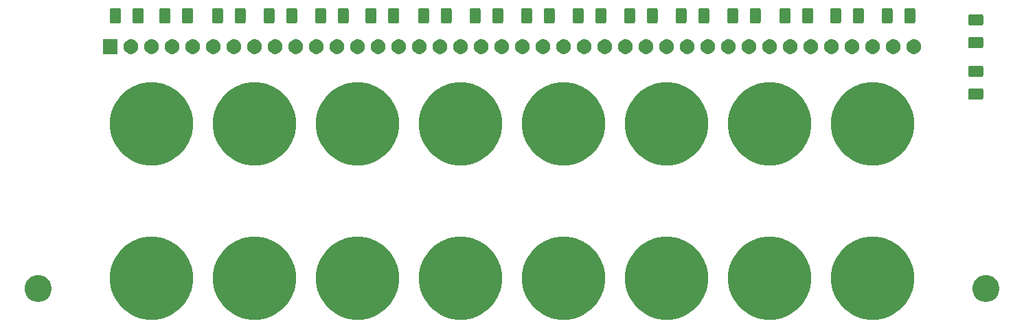
<source format=gbr>
From d03bfc5749f61af42055e4f8b514abd28649d2ec Mon Sep 17 00:00:00 2001
From: Blaise Thompson <blaise@untzag.com>
Date: Tue, 6 Apr 2021 16:58:22 -0500
Subject: organize

---
 daugher/gerber/daughter-F_Mask.gbr | 3784 ------------------------------------
 1 file changed, 3784 deletions(-)
 delete mode 100644 daugher/gerber/daughter-F_Mask.gbr

(limited to 'daugher/gerber/daughter-F_Mask.gbr')

diff --git a/daugher/gerber/daughter-F_Mask.gbr b/daugher/gerber/daughter-F_Mask.gbr
deleted file mode 100644
index 45b3db7..0000000
--- a/daugher/gerber/daughter-F_Mask.gbr
+++ /dev/null
@@ -1,3784 +0,0 @@
-G04 #@! TF.GenerationSoftware,KiCad,Pcbnew,5.1.5+dfsg1-2*
-G04 #@! TF.CreationDate,2020-03-03T15:33:36-06:00*
-G04 #@! TF.ProjectId,daughter,64617567-6874-4657-922e-6b696361645f,1.3.1*
-G04 #@! TF.SameCoordinates,Original*
-G04 #@! TF.FileFunction,Soldermask,Top*
-G04 #@! TF.FilePolarity,Negative*
-%FSLAX46Y46*%
-G04 Gerber Fmt 4.6, Leading zero omitted, Abs format (unit mm)*
-G04 Created by KiCad (PCBNEW 5.1.5+dfsg1-2) date 2020-03-03 15:33:36*
-%MOMM*%
-%LPD*%
-G04 APERTURE LIST*
-%ADD10C,0.100000*%
-G04 APERTURE END LIST*
-D10*
-G36*
-X159751008Y-99742590D02*
-G01*
-X160246658Y-99841181D01*
-X161180440Y-100227967D01*
-X162020822Y-100789492D01*
-X162735508Y-101504178D01*
-X163297033Y-102344560D01*
-X163683819Y-103278342D01*
-X163683819Y-103278344D01*
-X163881000Y-104269639D01*
-X163881000Y-105280361D01*
-X163782410Y-105776008D01*
-X163683819Y-106271658D01*
-X163297033Y-107205440D01*
-X162735508Y-108045822D01*
-X162020822Y-108760508D01*
-X161180440Y-109322033D01*
-X160246658Y-109708819D01*
-X159751009Y-109807409D01*
-X159255361Y-109906000D01*
-X158244639Y-109906000D01*
-X157748991Y-109807409D01*
-X157253342Y-109708819D01*
-X156319560Y-109322033D01*
-X155479178Y-108760508D01*
-X154764492Y-108045822D01*
-X154202967Y-107205440D01*
-X153816181Y-106271658D01*
-X153717591Y-105776009D01*
-X153619000Y-105280361D01*
-X153619000Y-104269639D01*
-X153816181Y-103278344D01*
-X153816181Y-103278342D01*
-X154202967Y-102344560D01*
-X154764492Y-101504178D01*
-X155479178Y-100789492D01*
-X156319560Y-100227967D01*
-X157253342Y-99841181D01*
-X157748991Y-99742591D01*
-X158244639Y-99644000D01*
-X159255361Y-99644000D01*
-X159751008Y-99742590D01*
-G37*
-G36*
-X134351008Y-99742590D02*
-G01*
-X134846658Y-99841181D01*
-X135780440Y-100227967D01*
-X136620822Y-100789492D01*
-X137335508Y-101504178D01*
-X137897033Y-102344560D01*
-X138283819Y-103278342D01*
-X138283819Y-103278344D01*
-X138481000Y-104269639D01*
-X138481000Y-105280361D01*
-X138382410Y-105776008D01*
-X138283819Y-106271658D01*
-X137897033Y-107205440D01*
-X137335508Y-108045822D01*
-X136620822Y-108760508D01*
-X135780440Y-109322033D01*
-X134846658Y-109708819D01*
-X134351009Y-109807409D01*
-X133855361Y-109906000D01*
-X132844639Y-109906000D01*
-X132348991Y-109807409D01*
-X131853342Y-109708819D01*
-X130919560Y-109322033D01*
-X130079178Y-108760508D01*
-X129364492Y-108045822D01*
-X128802967Y-107205440D01*
-X128416181Y-106271658D01*
-X128317591Y-105776009D01*
-X128219000Y-105280361D01*
-X128219000Y-104269639D01*
-X128416181Y-103278344D01*
-X128416181Y-103278342D01*
-X128802967Y-102344560D01*
-X129364492Y-101504178D01*
-X130079178Y-100789492D01*
-X130919560Y-100227967D01*
-X131853342Y-99841181D01*
-X132348991Y-99742591D01*
-X132844639Y-99644000D01*
-X133855361Y-99644000D01*
-X134351008Y-99742590D01*
-G37*
-G36*
-X108951008Y-99742590D02*
-G01*
-X109446658Y-99841181D01*
-X110380440Y-100227967D01*
-X111220822Y-100789492D01*
-X111935508Y-101504178D01*
-X112497033Y-102344560D01*
-X112883819Y-103278342D01*
-X112883819Y-103278344D01*
-X113081000Y-104269639D01*
-X113081000Y-105280361D01*
-X112982409Y-105776009D01*
-X112883819Y-106271658D01*
-X112497033Y-107205440D01*
-X111935508Y-108045822D01*
-X111220822Y-108760508D01*
-X110380440Y-109322033D01*
-X109446658Y-109708819D01*
-X108951009Y-109807409D01*
-X108455361Y-109906000D01*
-X107444639Y-109906000D01*
-X106948991Y-109807409D01*
-X106453342Y-109708819D01*
-X105519560Y-109322033D01*
-X104679178Y-108760508D01*
-X103964492Y-108045822D01*
-X103402967Y-107205440D01*
-X103016181Y-106271658D01*
-X102917591Y-105776009D01*
-X102819000Y-105280361D01*
-X102819000Y-104269639D01*
-X103016181Y-103278344D01*
-X103016181Y-103278342D01*
-X103402967Y-102344560D01*
-X103964492Y-101504178D01*
-X104679178Y-100789492D01*
-X105519560Y-100227967D01*
-X106453342Y-99841181D01*
-X106948991Y-99742591D01*
-X107444639Y-99644000D01*
-X108455361Y-99644000D01*
-X108951008Y-99742590D01*
-G37*
-G36*
-X83551008Y-99742590D02*
-G01*
-X84046658Y-99841181D01*
-X84980440Y-100227967D01*
-X85820822Y-100789492D01*
-X86535508Y-101504178D01*
-X87097033Y-102344560D01*
-X87483819Y-103278342D01*
-X87483819Y-103278344D01*
-X87681000Y-104269639D01*
-X87681000Y-105280361D01*
-X87582409Y-105776009D01*
-X87483819Y-106271658D01*
-X87097033Y-107205440D01*
-X86535508Y-108045822D01*
-X85820822Y-108760508D01*
-X84980440Y-109322033D01*
-X84046658Y-109708819D01*
-X83551009Y-109807409D01*
-X83055361Y-109906000D01*
-X82044639Y-109906000D01*
-X81548991Y-109807409D01*
-X81053342Y-109708819D01*
-X80119560Y-109322033D01*
-X79279178Y-108760508D01*
-X78564492Y-108045822D01*
-X78002967Y-107205440D01*
-X77616181Y-106271658D01*
-X77517591Y-105776009D01*
-X77419000Y-105280361D01*
-X77419000Y-104269639D01*
-X77616181Y-103278344D01*
-X77616181Y-103278342D01*
-X78002967Y-102344560D01*
-X78564492Y-101504178D01*
-X79279178Y-100789492D01*
-X80119560Y-100227967D01*
-X81053342Y-99841181D01*
-X81548991Y-99742591D01*
-X82044639Y-99644000D01*
-X83055361Y-99644000D01*
-X83551008Y-99742590D01*
-G37*
-G36*
-X147051008Y-99742590D02*
-G01*
-X147546658Y-99841181D01*
-X148480440Y-100227967D01*
-X149320822Y-100789492D01*
-X150035508Y-101504178D01*
-X150597033Y-102344560D01*
-X150983819Y-103278342D01*
-X150983819Y-103278344D01*
-X151181000Y-104269639D01*
-X151181000Y-105280361D01*
-X151082410Y-105776008D01*
-X150983819Y-106271658D01*
-X150597033Y-107205440D01*
-X150035508Y-108045822D01*
-X149320822Y-108760508D01*
-X148480440Y-109322033D01*
-X147546658Y-109708819D01*
-X147051009Y-109807409D01*
-X146555361Y-109906000D01*
-X145544639Y-109906000D01*
-X145048991Y-109807409D01*
-X144553342Y-109708819D01*
-X143619560Y-109322033D01*
-X142779178Y-108760508D01*
-X142064492Y-108045822D01*
-X141502967Y-107205440D01*
-X141116181Y-106271658D01*
-X141017591Y-105776009D01*
-X140919000Y-105280361D01*
-X140919000Y-104269639D01*
-X141116181Y-103278344D01*
-X141116181Y-103278342D01*
-X141502967Y-102344560D01*
-X142064492Y-101504178D01*
-X142779178Y-100789492D01*
-X143619560Y-100227967D01*
-X144553342Y-99841181D01*
-X145048991Y-99742591D01*
-X145544639Y-99644000D01*
-X146555361Y-99644000D01*
-X147051008Y-99742590D01*
-G37*
-G36*
-X121651008Y-99742590D02*
-G01*
-X122146658Y-99841181D01*
-X123080440Y-100227967D01*
-X123920822Y-100789492D01*
-X124635508Y-101504178D01*
-X125197033Y-102344560D01*
-X125583819Y-103278342D01*
-X125583819Y-103278344D01*
-X125781000Y-104269639D01*
-X125781000Y-105280361D01*
-X125682410Y-105776008D01*
-X125583819Y-106271658D01*
-X125197033Y-107205440D01*
-X124635508Y-108045822D01*
-X123920822Y-108760508D01*
-X123080440Y-109322033D01*
-X122146658Y-109708819D01*
-X121651009Y-109807409D01*
-X121155361Y-109906000D01*
-X120144639Y-109906000D01*
-X119648991Y-109807409D01*
-X119153342Y-109708819D01*
-X118219560Y-109322033D01*
-X117379178Y-108760508D01*
-X116664492Y-108045822D01*
-X116102967Y-107205440D01*
-X115716181Y-106271658D01*
-X115617591Y-105776009D01*
-X115519000Y-105280361D01*
-X115519000Y-104269639D01*
-X115716181Y-103278344D01*
-X115716181Y-103278342D01*
-X116102967Y-102344560D01*
-X116664492Y-101504178D01*
-X117379178Y-100789492D01*
-X118219560Y-100227967D01*
-X119153342Y-99841181D01*
-X119648991Y-99742591D01*
-X120144639Y-99644000D01*
-X121155361Y-99644000D01*
-X121651008Y-99742590D01*
-G37*
-G36*
-X70851008Y-99742590D02*
-G01*
-X71346658Y-99841181D01*
-X72280440Y-100227967D01*
-X73120822Y-100789492D01*
-X73835508Y-101504178D01*
-X74397033Y-102344560D01*
-X74783819Y-103278342D01*
-X74783819Y-103278344D01*
-X74981000Y-104269639D01*
-X74981000Y-105280361D01*
-X74882409Y-105776009D01*
-X74783819Y-106271658D01*
-X74397033Y-107205440D01*
-X73835508Y-108045822D01*
-X73120822Y-108760508D01*
-X72280440Y-109322033D01*
-X71346658Y-109708819D01*
-X70851009Y-109807409D01*
-X70355361Y-109906000D01*
-X69344639Y-109906000D01*
-X68848991Y-109807409D01*
-X68353342Y-109708819D01*
-X67419560Y-109322033D01*
-X66579178Y-108760508D01*
-X65864492Y-108045822D01*
-X65302967Y-107205440D01*
-X64916181Y-106271658D01*
-X64817591Y-105776009D01*
-X64719000Y-105280361D01*
-X64719000Y-104269639D01*
-X64916181Y-103278344D01*
-X64916181Y-103278342D01*
-X65302967Y-102344560D01*
-X65864492Y-101504178D01*
-X66579178Y-100789492D01*
-X67419560Y-100227967D01*
-X68353342Y-99841181D01*
-X68848991Y-99742591D01*
-X69344639Y-99644000D01*
-X70355361Y-99644000D01*
-X70851008Y-99742590D01*
-G37*
-G36*
-X96251008Y-99742590D02*
-G01*
-X96746658Y-99841181D01*
-X97680440Y-100227967D01*
-X98520822Y-100789492D01*
-X99235508Y-101504178D01*
-X99797033Y-102344560D01*
-X100183819Y-103278342D01*
-X100183819Y-103278344D01*
-X100381000Y-104269639D01*
-X100381000Y-105280361D01*
-X100282409Y-105776009D01*
-X100183819Y-106271658D01*
-X99797033Y-107205440D01*
-X99235508Y-108045822D01*
-X98520822Y-108760508D01*
-X97680440Y-109322033D01*
-X96746658Y-109708819D01*
-X96251009Y-109807409D01*
-X95755361Y-109906000D01*
-X94744639Y-109906000D01*
-X94248991Y-109807409D01*
-X93753342Y-109708819D01*
-X92819560Y-109322033D01*
-X91979178Y-108760508D01*
-X91264492Y-108045822D01*
-X90702967Y-107205440D01*
-X90316181Y-106271658D01*
-X90217591Y-105776009D01*
-X90119000Y-105280361D01*
-X90119000Y-104269639D01*
-X90316181Y-103278344D01*
-X90316181Y-103278342D01*
-X90702967Y-102344560D01*
-X91264492Y-101504178D01*
-X91979178Y-100789492D01*
-X92819560Y-100227967D01*
-X93753342Y-99841181D01*
-X94248991Y-99742591D01*
-X94744639Y-99644000D01*
-X95755361Y-99644000D01*
-X96251008Y-99742590D01*
-G37*
-G36*
-X173095256Y-104436298D02*
-G01*
-X173201579Y-104457447D01*
-X173502042Y-104581903D01*
-X173772451Y-104762585D01*
-X174002415Y-104992549D01*
-X174002416Y-104992551D01*
-X174183098Y-105262960D01*
-X174307553Y-105563422D01*
-X174371000Y-105882389D01*
-X174371000Y-106207611D01*
-X174358260Y-106271658D01*
-X174307553Y-106526579D01*
-X174183097Y-106827042D01*
-X174002415Y-107097451D01*
-X173772451Y-107327415D01*
-X173502042Y-107508097D01*
-X173201579Y-107632553D01*
-X173095256Y-107653702D01*
-X172882611Y-107696000D01*
-X172557389Y-107696000D01*
-X172344744Y-107653702D01*
-X172238421Y-107632553D01*
-X171937958Y-107508097D01*
-X171667549Y-107327415D01*
-X171437585Y-107097451D01*
-X171256903Y-106827042D01*
-X171132447Y-106526579D01*
-X171081740Y-106271658D01*
-X171069000Y-106207611D01*
-X171069000Y-105882389D01*
-X171132447Y-105563422D01*
-X171256902Y-105262960D01*
-X171437584Y-104992551D01*
-X171437585Y-104992549D01*
-X171667549Y-104762585D01*
-X171937958Y-104581903D01*
-X172238421Y-104457447D01*
-X172344744Y-104436298D01*
-X172557389Y-104394000D01*
-X172882611Y-104394000D01*
-X173095256Y-104436298D01*
-G37*
-G36*
-X56255256Y-104436298D02*
-G01*
-X56361579Y-104457447D01*
-X56662042Y-104581903D01*
-X56932451Y-104762585D01*
-X57162415Y-104992549D01*
-X57162416Y-104992551D01*
-X57343098Y-105262960D01*
-X57467553Y-105563422D01*
-X57531000Y-105882389D01*
-X57531000Y-106207611D01*
-X57518260Y-106271658D01*
-X57467553Y-106526579D01*
-X57343097Y-106827042D01*
-X57162415Y-107097451D01*
-X56932451Y-107327415D01*
-X56662042Y-107508097D01*
-X56361579Y-107632553D01*
-X56255256Y-107653702D01*
-X56042611Y-107696000D01*
-X55717389Y-107696000D01*
-X55504744Y-107653702D01*
-X55398421Y-107632553D01*
-X55097958Y-107508097D01*
-X54827549Y-107327415D01*
-X54597585Y-107097451D01*
-X54416903Y-106827042D01*
-X54292447Y-106526579D01*
-X54241740Y-106271658D01*
-X54229000Y-106207611D01*
-X54229000Y-105882389D01*
-X54292447Y-105563422D01*
-X54416902Y-105262960D01*
-X54597584Y-104992551D01*
-X54597585Y-104992549D01*
-X54827549Y-104762585D01*
-X55097958Y-104581903D01*
-X55398421Y-104457447D01*
-X55504744Y-104436298D01*
-X55717389Y-104394000D01*
-X56042611Y-104394000D01*
-X56255256Y-104436298D01*
-G37*
-G36*
-X134351008Y-80692590D02*
-G01*
-X134846658Y-80791181D01*
-X135780440Y-81177967D01*
-X136620822Y-81739492D01*
-X137335508Y-82454178D01*
-X137897033Y-83294560D01*
-X138283819Y-84228342D01*
-X138481000Y-85219641D01*
-X138481000Y-86230359D01*
-X138283819Y-87221658D01*
-X137897033Y-88155440D01*
-X137335508Y-88995822D01*
-X136620822Y-89710508D01*
-X135780440Y-90272033D01*
-X134846658Y-90658819D01*
-X134351008Y-90757410D01*
-X133855361Y-90856000D01*
-X132844639Y-90856000D01*
-X132348992Y-90757410D01*
-X131853342Y-90658819D01*
-X130919560Y-90272033D01*
-X130079178Y-89710508D01*
-X129364492Y-88995822D01*
-X128802967Y-88155440D01*
-X128416181Y-87221658D01*
-X128219000Y-86230359D01*
-X128219000Y-85219641D01*
-X128416181Y-84228342D01*
-X128802967Y-83294560D01*
-X129364492Y-82454178D01*
-X130079178Y-81739492D01*
-X130919560Y-81177967D01*
-X131853342Y-80791181D01*
-X132348991Y-80692591D01*
-X132844639Y-80594000D01*
-X133855361Y-80594000D01*
-X134351008Y-80692590D01*
-G37*
-G36*
-X147051008Y-80692590D02*
-G01*
-X147546658Y-80791181D01*
-X148480440Y-81177967D01*
-X149320822Y-81739492D01*
-X150035508Y-82454178D01*
-X150597033Y-83294560D01*
-X150983819Y-84228342D01*
-X151181000Y-85219641D01*
-X151181000Y-86230359D01*
-X150983819Y-87221658D01*
-X150597033Y-88155440D01*
-X150035508Y-88995822D01*
-X149320822Y-89710508D01*
-X148480440Y-90272033D01*
-X147546658Y-90658819D01*
-X147051008Y-90757410D01*
-X146555361Y-90856000D01*
-X145544639Y-90856000D01*
-X145048992Y-90757410D01*
-X144553342Y-90658819D01*
-X143619560Y-90272033D01*
-X142779178Y-89710508D01*
-X142064492Y-88995822D01*
-X141502967Y-88155440D01*
-X141116181Y-87221658D01*
-X140919000Y-86230359D01*
-X140919000Y-85219641D01*
-X141116181Y-84228342D01*
-X141502967Y-83294560D01*
-X142064492Y-82454178D01*
-X142779178Y-81739492D01*
-X143619560Y-81177967D01*
-X144553342Y-80791181D01*
-X145048991Y-80692591D01*
-X145544639Y-80594000D01*
-X146555361Y-80594000D01*
-X147051008Y-80692590D01*
-G37*
-G36*
-X108951008Y-80692590D02*
-G01*
-X109446658Y-80791181D01*
-X110380440Y-81177967D01*
-X111220822Y-81739492D01*
-X111935508Y-82454178D01*
-X112497033Y-83294560D01*
-X112883819Y-84228342D01*
-X113081000Y-85219641D01*
-X113081000Y-86230359D01*
-X112883819Y-87221658D01*
-X112497033Y-88155440D01*
-X111935508Y-88995822D01*
-X111220822Y-89710508D01*
-X110380440Y-90272033D01*
-X109446658Y-90658819D01*
-X108951008Y-90757410D01*
-X108455361Y-90856000D01*
-X107444639Y-90856000D01*
-X106948992Y-90757410D01*
-X106453342Y-90658819D01*
-X105519560Y-90272033D01*
-X104679178Y-89710508D01*
-X103964492Y-88995822D01*
-X103402967Y-88155440D01*
-X103016181Y-87221658D01*
-X102819000Y-86230359D01*
-X102819000Y-85219641D01*
-X103016181Y-84228342D01*
-X103402967Y-83294560D01*
-X103964492Y-82454178D01*
-X104679178Y-81739492D01*
-X105519560Y-81177967D01*
-X106453342Y-80791181D01*
-X106948992Y-80692590D01*
-X107444639Y-80594000D01*
-X108455361Y-80594000D01*
-X108951008Y-80692590D01*
-G37*
-G36*
-X159751008Y-80692590D02*
-G01*
-X160246658Y-80791181D01*
-X161180440Y-81177967D01*
-X162020822Y-81739492D01*
-X162735508Y-82454178D01*
-X163297033Y-83294560D01*
-X163683819Y-84228342D01*
-X163881000Y-85219641D01*
-X163881000Y-86230359D01*
-X163683819Y-87221658D01*
-X163297033Y-88155440D01*
-X162735508Y-88995822D01*
-X162020822Y-89710508D01*
-X161180440Y-90272033D01*
-X160246658Y-90658819D01*
-X159751008Y-90757410D01*
-X159255361Y-90856000D01*
-X158244639Y-90856000D01*
-X157748992Y-90757410D01*
-X157253342Y-90658819D01*
-X156319560Y-90272033D01*
-X155479178Y-89710508D01*
-X154764492Y-88995822D01*
-X154202967Y-88155440D01*
-X153816181Y-87221658D01*
-X153619000Y-86230359D01*
-X153619000Y-85219641D01*
-X153816181Y-84228342D01*
-X154202967Y-83294560D01*
-X154764492Y-82454178D01*
-X155479178Y-81739492D01*
-X156319560Y-81177967D01*
-X157253342Y-80791181D01*
-X157748991Y-80692591D01*
-X158244639Y-80594000D01*
-X159255361Y-80594000D01*
-X159751008Y-80692590D01*
-G37*
-G36*
-X96251008Y-80692590D02*
-G01*
-X96746658Y-80791181D01*
-X97680440Y-81177967D01*
-X98520822Y-81739492D01*
-X99235508Y-82454178D01*
-X99797033Y-83294560D01*
-X100183819Y-84228342D01*
-X100381000Y-85219641D01*
-X100381000Y-86230359D01*
-X100183819Y-87221658D01*
-X99797033Y-88155440D01*
-X99235508Y-88995822D01*
-X98520822Y-89710508D01*
-X97680440Y-90272033D01*
-X96746658Y-90658819D01*
-X96251008Y-90757410D01*
-X95755361Y-90856000D01*
-X94744639Y-90856000D01*
-X94248992Y-90757410D01*
-X93753342Y-90658819D01*
-X92819560Y-90272033D01*
-X91979178Y-89710508D01*
-X91264492Y-88995822D01*
-X90702967Y-88155440D01*
-X90316181Y-87221658D01*
-X90119000Y-86230359D01*
-X90119000Y-85219641D01*
-X90316181Y-84228342D01*
-X90702967Y-83294560D01*
-X91264492Y-82454178D01*
-X91979178Y-81739492D01*
-X92819560Y-81177967D01*
-X93753342Y-80791181D01*
-X94248992Y-80692590D01*
-X94744639Y-80594000D01*
-X95755361Y-80594000D01*
-X96251008Y-80692590D01*
-G37*
-G36*
-X83551008Y-80692590D02*
-G01*
-X84046658Y-80791181D01*
-X84980440Y-81177967D01*
-X85820822Y-81739492D01*
-X86535508Y-82454178D01*
-X87097033Y-83294560D01*
-X87483819Y-84228342D01*
-X87681000Y-85219641D01*
-X87681000Y-86230359D01*
-X87483819Y-87221658D01*
-X87097033Y-88155440D01*
-X86535508Y-88995822D01*
-X85820822Y-89710508D01*
-X84980440Y-90272033D01*
-X84046658Y-90658819D01*
-X83551008Y-90757410D01*
-X83055361Y-90856000D01*
-X82044639Y-90856000D01*
-X81548992Y-90757410D01*
-X81053342Y-90658819D01*
-X80119560Y-90272033D01*
-X79279178Y-89710508D01*
-X78564492Y-88995822D01*
-X78002967Y-88155440D01*
-X77616181Y-87221658D01*
-X77419000Y-86230359D01*
-X77419000Y-85219641D01*
-X77616181Y-84228342D01*
-X78002967Y-83294560D01*
-X78564492Y-82454178D01*
-X79279178Y-81739492D01*
-X80119560Y-81177967D01*
-X81053342Y-80791181D01*
-X81548992Y-80692590D01*
-X82044639Y-80594000D01*
-X83055361Y-80594000D01*
-X83551008Y-80692590D01*
-G37*
-G36*
-X70851008Y-80692590D02*
-G01*
-X71346658Y-80791181D01*
-X72280440Y-81177967D01*
-X73120822Y-81739492D01*
-X73835508Y-82454178D01*
-X74397033Y-83294560D01*
-X74783819Y-84228342D01*
-X74981000Y-85219641D01*
-X74981000Y-86230359D01*
-X74783819Y-87221658D01*
-X74397033Y-88155440D01*
-X73835508Y-88995822D01*
-X73120822Y-89710508D01*
-X72280440Y-90272033D01*
-X71346658Y-90658819D01*
-X70851008Y-90757410D01*
-X70355361Y-90856000D01*
-X69344639Y-90856000D01*
-X68848992Y-90757410D01*
-X68353342Y-90658819D01*
-X67419560Y-90272033D01*
-X66579178Y-89710508D01*
-X65864492Y-88995822D01*
-X65302967Y-88155440D01*
-X64916181Y-87221658D01*
-X64719000Y-86230359D01*
-X64719000Y-85219641D01*
-X64916181Y-84228342D01*
-X65302967Y-83294560D01*
-X65864492Y-82454178D01*
-X66579178Y-81739492D01*
-X67419560Y-81177967D01*
-X68353342Y-80791181D01*
-X68848992Y-80692590D01*
-X69344639Y-80594000D01*
-X70355361Y-80594000D01*
-X70851008Y-80692590D01*
-G37*
-G36*
-X121651008Y-80692590D02*
-G01*
-X122146658Y-80791181D01*
-X123080440Y-81177967D01*
-X123920822Y-81739492D01*
-X124635508Y-82454178D01*
-X125197033Y-83294560D01*
-X125583819Y-84228342D01*
-X125781000Y-85219641D01*
-X125781000Y-86230359D01*
-X125583819Y-87221658D01*
-X125197033Y-88155440D01*
-X124635508Y-88995822D01*
-X123920822Y-89710508D01*
-X123080440Y-90272033D01*
-X122146658Y-90658819D01*
-X121651008Y-90757410D01*
-X121155361Y-90856000D01*
-X120144639Y-90856000D01*
-X119648992Y-90757410D01*
-X119153342Y-90658819D01*
-X118219560Y-90272033D01*
-X117379178Y-89710508D01*
-X116664492Y-88995822D01*
-X116102967Y-88155440D01*
-X115716181Y-87221658D01*
-X115519000Y-86230359D01*
-X115519000Y-85219641D01*
-X115716181Y-84228342D01*
-X116102967Y-83294560D01*
-X116664492Y-82454178D01*
-X117379178Y-81739492D01*
-X118219560Y-81177967D01*
-X119153342Y-80791181D01*
-X119648992Y-80692590D01*
-X120144639Y-80594000D01*
-X121155361Y-80594000D01*
-X121651008Y-80692590D01*
-G37*
-G36*
-X172218604Y-81373347D02*
-G01*
-X172255144Y-81384432D01*
-X172288821Y-81402433D01*
-X172318341Y-81426659D01*
-X172342567Y-81456179D01*
-X172360568Y-81489856D01*
-X172371653Y-81526396D01*
-X172376000Y-81570538D01*
-X172376000Y-82519462D01*
-X172371653Y-82563604D01*
-X172360568Y-82600144D01*
-X172342567Y-82633821D01*
-X172318341Y-82663341D01*
-X172288821Y-82687567D01*
-X172255144Y-82705568D01*
-X172218604Y-82716653D01*
-X172174462Y-82721000D01*
-X170725538Y-82721000D01*
-X170681396Y-82716653D01*
-X170644856Y-82705568D01*
-X170611179Y-82687567D01*
-X170581659Y-82663341D01*
-X170557433Y-82633821D01*
-X170539432Y-82600144D01*
-X170528347Y-82563604D01*
-X170524000Y-82519462D01*
-X170524000Y-81570538D01*
-X170528347Y-81526396D01*
-X170539432Y-81489856D01*
-X170557433Y-81456179D01*
-X170581659Y-81426659D01*
-X170611179Y-81402433D01*
-X170644856Y-81384432D01*
-X170681396Y-81373347D01*
-X170725538Y-81369000D01*
-X172174462Y-81369000D01*
-X172218604Y-81373347D01*
-G37*
-G36*
-X172218604Y-78573347D02*
-G01*
-X172255144Y-78584432D01*
-X172288821Y-78602433D01*
-X172318341Y-78626659D01*
-X172342567Y-78656179D01*
-X172360568Y-78689856D01*
-X172371653Y-78726396D01*
-X172376000Y-78770538D01*
-X172376000Y-79719462D01*
-X172371653Y-79763604D01*
-X172360568Y-79800144D01*
-X172342567Y-79833821D01*
-X172318341Y-79863341D01*
-X172288821Y-79887567D01*
-X172255144Y-79905568D01*
-X172218604Y-79916653D01*
-X172174462Y-79921000D01*
-X170725538Y-79921000D01*
-X170681396Y-79916653D01*
-X170644856Y-79905568D01*
-X170611179Y-79887567D01*
-X170581659Y-79863341D01*
-X170557433Y-79833821D01*
-X170539432Y-79800144D01*
-X170528347Y-79763604D01*
-X170524000Y-79719462D01*
-X170524000Y-78770538D01*
-X170528347Y-78726396D01*
-X170539432Y-78689856D01*
-X170557433Y-78656179D01*
-X170581659Y-78626659D01*
-X170611179Y-78602433D01*
-X170644856Y-78584432D01*
-X170681396Y-78573347D01*
-X170725538Y-78569000D01*
-X172174462Y-78569000D01*
-X172218604Y-78573347D01*
-G37*
-G36*
-X69963512Y-75303927D02*
-G01*
-X70112812Y-75333624D01*
-X70276784Y-75401544D01*
-X70424354Y-75500147D01*
-X70549853Y-75625646D01*
-X70648456Y-75773216D01*
-X70716376Y-75937188D01*
-X70751000Y-76111259D01*
-X70751000Y-76288741D01*
-X70716376Y-76462812D01*
-X70648456Y-76626784D01*
-X70549853Y-76774354D01*
-X70424354Y-76899853D01*
-X70276784Y-76998456D01*
-X70112812Y-77066376D01*
-X69963512Y-77096073D01*
-X69938742Y-77101000D01*
-X69761258Y-77101000D01*
-X69736488Y-77096073D01*
-X69587188Y-77066376D01*
-X69423216Y-76998456D01*
-X69275646Y-76899853D01*
-X69150147Y-76774354D01*
-X69051544Y-76626784D01*
-X68983624Y-76462812D01*
-X68949000Y-76288741D01*
-X68949000Y-76111259D01*
-X68983624Y-75937188D01*
-X69051544Y-75773216D01*
-X69150147Y-75625646D01*
-X69275646Y-75500147D01*
-X69423216Y-75401544D01*
-X69587188Y-75333624D01*
-X69736488Y-75303927D01*
-X69761258Y-75299000D01*
-X69938742Y-75299000D01*
-X69963512Y-75303927D01*
-G37*
-G36*
-X87743512Y-75303927D02*
-G01*
-X87892812Y-75333624D01*
-X88056784Y-75401544D01*
-X88204354Y-75500147D01*
-X88329853Y-75625646D01*
-X88428456Y-75773216D01*
-X88496376Y-75937188D01*
-X88531000Y-76111259D01*
-X88531000Y-76288741D01*
-X88496376Y-76462812D01*
-X88428456Y-76626784D01*
-X88329853Y-76774354D01*
-X88204354Y-76899853D01*
-X88056784Y-76998456D01*
-X87892812Y-77066376D01*
-X87743512Y-77096073D01*
-X87718742Y-77101000D01*
-X87541258Y-77101000D01*
-X87516488Y-77096073D01*
-X87367188Y-77066376D01*
-X87203216Y-76998456D01*
-X87055646Y-76899853D01*
-X86930147Y-76774354D01*
-X86831544Y-76626784D01*
-X86763624Y-76462812D01*
-X86729000Y-76288741D01*
-X86729000Y-76111259D01*
-X86763624Y-75937188D01*
-X86831544Y-75773216D01*
-X86930147Y-75625646D01*
-X87055646Y-75500147D01*
-X87203216Y-75401544D01*
-X87367188Y-75333624D01*
-X87516488Y-75303927D01*
-X87541258Y-75299000D01*
-X87718742Y-75299000D01*
-X87743512Y-75303927D01*
-G37*
-G36*
-X72503512Y-75303927D02*
-G01*
-X72652812Y-75333624D01*
-X72816784Y-75401544D01*
-X72964354Y-75500147D01*
-X73089853Y-75625646D01*
-X73188456Y-75773216D01*
-X73256376Y-75937188D01*
-X73291000Y-76111259D01*
-X73291000Y-76288741D01*
-X73256376Y-76462812D01*
-X73188456Y-76626784D01*
-X73089853Y-76774354D01*
-X72964354Y-76899853D01*
-X72816784Y-76998456D01*
-X72652812Y-77066376D01*
-X72503512Y-77096073D01*
-X72478742Y-77101000D01*
-X72301258Y-77101000D01*
-X72276488Y-77096073D01*
-X72127188Y-77066376D01*
-X71963216Y-76998456D01*
-X71815646Y-76899853D01*
-X71690147Y-76774354D01*
-X71591544Y-76626784D01*
-X71523624Y-76462812D01*
-X71489000Y-76288741D01*
-X71489000Y-76111259D01*
-X71523624Y-75937188D01*
-X71591544Y-75773216D01*
-X71690147Y-75625646D01*
-X71815646Y-75500147D01*
-X71963216Y-75401544D01*
-X72127188Y-75333624D01*
-X72276488Y-75303927D01*
-X72301258Y-75299000D01*
-X72478742Y-75299000D01*
-X72503512Y-75303927D01*
-G37*
-G36*
-X75043512Y-75303927D02*
-G01*
-X75192812Y-75333624D01*
-X75356784Y-75401544D01*
-X75504354Y-75500147D01*
-X75629853Y-75625646D01*
-X75728456Y-75773216D01*
-X75796376Y-75937188D01*
-X75831000Y-76111259D01*
-X75831000Y-76288741D01*
-X75796376Y-76462812D01*
-X75728456Y-76626784D01*
-X75629853Y-76774354D01*
-X75504354Y-76899853D01*
-X75356784Y-76998456D01*
-X75192812Y-77066376D01*
-X75043512Y-77096073D01*
-X75018742Y-77101000D01*
-X74841258Y-77101000D01*
-X74816488Y-77096073D01*
-X74667188Y-77066376D01*
-X74503216Y-76998456D01*
-X74355646Y-76899853D01*
-X74230147Y-76774354D01*
-X74131544Y-76626784D01*
-X74063624Y-76462812D01*
-X74029000Y-76288741D01*
-X74029000Y-76111259D01*
-X74063624Y-75937188D01*
-X74131544Y-75773216D01*
-X74230147Y-75625646D01*
-X74355646Y-75500147D01*
-X74503216Y-75401544D01*
-X74667188Y-75333624D01*
-X74816488Y-75303927D01*
-X74841258Y-75299000D01*
-X75018742Y-75299000D01*
-X75043512Y-75303927D01*
-G37*
-G36*
-X77583512Y-75303927D02*
-G01*
-X77732812Y-75333624D01*
-X77896784Y-75401544D01*
-X78044354Y-75500147D01*
-X78169853Y-75625646D01*
-X78268456Y-75773216D01*
-X78336376Y-75937188D01*
-X78371000Y-76111259D01*
-X78371000Y-76288741D01*
-X78336376Y-76462812D01*
-X78268456Y-76626784D01*
-X78169853Y-76774354D01*
-X78044354Y-76899853D01*
-X77896784Y-76998456D01*
-X77732812Y-77066376D01*
-X77583512Y-77096073D01*
-X77558742Y-77101000D01*
-X77381258Y-77101000D01*
-X77356488Y-77096073D01*
-X77207188Y-77066376D01*
-X77043216Y-76998456D01*
-X76895646Y-76899853D01*
-X76770147Y-76774354D01*
-X76671544Y-76626784D01*
-X76603624Y-76462812D01*
-X76569000Y-76288741D01*
-X76569000Y-76111259D01*
-X76603624Y-75937188D01*
-X76671544Y-75773216D01*
-X76770147Y-75625646D01*
-X76895646Y-75500147D01*
-X77043216Y-75401544D01*
-X77207188Y-75333624D01*
-X77356488Y-75303927D01*
-X77381258Y-75299000D01*
-X77558742Y-75299000D01*
-X77583512Y-75303927D01*
-G37*
-G36*
-X80123512Y-75303927D02*
-G01*
-X80272812Y-75333624D01*
-X80436784Y-75401544D01*
-X80584354Y-75500147D01*
-X80709853Y-75625646D01*
-X80808456Y-75773216D01*
-X80876376Y-75937188D01*
-X80911000Y-76111259D01*
-X80911000Y-76288741D01*
-X80876376Y-76462812D01*
-X80808456Y-76626784D01*
-X80709853Y-76774354D01*
-X80584354Y-76899853D01*
-X80436784Y-76998456D01*
-X80272812Y-77066376D01*
-X80123512Y-77096073D01*
-X80098742Y-77101000D01*
-X79921258Y-77101000D01*
-X79896488Y-77096073D01*
-X79747188Y-77066376D01*
-X79583216Y-76998456D01*
-X79435646Y-76899853D01*
-X79310147Y-76774354D01*
-X79211544Y-76626784D01*
-X79143624Y-76462812D01*
-X79109000Y-76288741D01*
-X79109000Y-76111259D01*
-X79143624Y-75937188D01*
-X79211544Y-75773216D01*
-X79310147Y-75625646D01*
-X79435646Y-75500147D01*
-X79583216Y-75401544D01*
-X79747188Y-75333624D01*
-X79896488Y-75303927D01*
-X79921258Y-75299000D01*
-X80098742Y-75299000D01*
-X80123512Y-75303927D01*
-G37*
-G36*
-X82663512Y-75303927D02*
-G01*
-X82812812Y-75333624D01*
-X82976784Y-75401544D01*
-X83124354Y-75500147D01*
-X83249853Y-75625646D01*
-X83348456Y-75773216D01*
-X83416376Y-75937188D01*
-X83451000Y-76111259D01*
-X83451000Y-76288741D01*
-X83416376Y-76462812D01*
-X83348456Y-76626784D01*
-X83249853Y-76774354D01*
-X83124354Y-76899853D01*
-X82976784Y-76998456D01*
-X82812812Y-77066376D01*
-X82663512Y-77096073D01*
-X82638742Y-77101000D01*
-X82461258Y-77101000D01*
-X82436488Y-77096073D01*
-X82287188Y-77066376D01*
-X82123216Y-76998456D01*
-X81975646Y-76899853D01*
-X81850147Y-76774354D01*
-X81751544Y-76626784D01*
-X81683624Y-76462812D01*
-X81649000Y-76288741D01*
-X81649000Y-76111259D01*
-X81683624Y-75937188D01*
-X81751544Y-75773216D01*
-X81850147Y-75625646D01*
-X81975646Y-75500147D01*
-X82123216Y-75401544D01*
-X82287188Y-75333624D01*
-X82436488Y-75303927D01*
-X82461258Y-75299000D01*
-X82638742Y-75299000D01*
-X82663512Y-75303927D01*
-G37*
-G36*
-X85203512Y-75303927D02*
-G01*
-X85352812Y-75333624D01*
-X85516784Y-75401544D01*
-X85664354Y-75500147D01*
-X85789853Y-75625646D01*
-X85888456Y-75773216D01*
-X85956376Y-75937188D01*
-X85991000Y-76111259D01*
-X85991000Y-76288741D01*
-X85956376Y-76462812D01*
-X85888456Y-76626784D01*
-X85789853Y-76774354D01*
-X85664354Y-76899853D01*
-X85516784Y-76998456D01*
-X85352812Y-77066376D01*
-X85203512Y-77096073D01*
-X85178742Y-77101000D01*
-X85001258Y-77101000D01*
-X84976488Y-77096073D01*
-X84827188Y-77066376D01*
-X84663216Y-76998456D01*
-X84515646Y-76899853D01*
-X84390147Y-76774354D01*
-X84291544Y-76626784D01*
-X84223624Y-76462812D01*
-X84189000Y-76288741D01*
-X84189000Y-76111259D01*
-X84223624Y-75937188D01*
-X84291544Y-75773216D01*
-X84390147Y-75625646D01*
-X84515646Y-75500147D01*
-X84663216Y-75401544D01*
-X84827188Y-75333624D01*
-X84976488Y-75303927D01*
-X85001258Y-75299000D01*
-X85178742Y-75299000D01*
-X85203512Y-75303927D01*
-G37*
-G36*
-X90283512Y-75303927D02*
-G01*
-X90432812Y-75333624D01*
-X90596784Y-75401544D01*
-X90744354Y-75500147D01*
-X90869853Y-75625646D01*
-X90968456Y-75773216D01*
-X91036376Y-75937188D01*
-X91071000Y-76111259D01*
-X91071000Y-76288741D01*
-X91036376Y-76462812D01*
-X90968456Y-76626784D01*
-X90869853Y-76774354D01*
-X90744354Y-76899853D01*
-X90596784Y-76998456D01*
-X90432812Y-77066376D01*
-X90283512Y-77096073D01*
-X90258742Y-77101000D01*
-X90081258Y-77101000D01*
-X90056488Y-77096073D01*
-X89907188Y-77066376D01*
-X89743216Y-76998456D01*
-X89595646Y-76899853D01*
-X89470147Y-76774354D01*
-X89371544Y-76626784D01*
-X89303624Y-76462812D01*
-X89269000Y-76288741D01*
-X89269000Y-76111259D01*
-X89303624Y-75937188D01*
-X89371544Y-75773216D01*
-X89470147Y-75625646D01*
-X89595646Y-75500147D01*
-X89743216Y-75401544D01*
-X89907188Y-75333624D01*
-X90056488Y-75303927D01*
-X90081258Y-75299000D01*
-X90258742Y-75299000D01*
-X90283512Y-75303927D01*
-G37*
-G36*
-X92823512Y-75303927D02*
-G01*
-X92972812Y-75333624D01*
-X93136784Y-75401544D01*
-X93284354Y-75500147D01*
-X93409853Y-75625646D01*
-X93508456Y-75773216D01*
-X93576376Y-75937188D01*
-X93611000Y-76111259D01*
-X93611000Y-76288741D01*
-X93576376Y-76462812D01*
-X93508456Y-76626784D01*
-X93409853Y-76774354D01*
-X93284354Y-76899853D01*
-X93136784Y-76998456D01*
-X92972812Y-77066376D01*
-X92823512Y-77096073D01*
-X92798742Y-77101000D01*
-X92621258Y-77101000D01*
-X92596488Y-77096073D01*
-X92447188Y-77066376D01*
-X92283216Y-76998456D01*
-X92135646Y-76899853D01*
-X92010147Y-76774354D01*
-X91911544Y-76626784D01*
-X91843624Y-76462812D01*
-X91809000Y-76288741D01*
-X91809000Y-76111259D01*
-X91843624Y-75937188D01*
-X91911544Y-75773216D01*
-X92010147Y-75625646D01*
-X92135646Y-75500147D01*
-X92283216Y-75401544D01*
-X92447188Y-75333624D01*
-X92596488Y-75303927D01*
-X92621258Y-75299000D01*
-X92798742Y-75299000D01*
-X92823512Y-75303927D01*
-G37*
-G36*
-X95363512Y-75303927D02*
-G01*
-X95512812Y-75333624D01*
-X95676784Y-75401544D01*
-X95824354Y-75500147D01*
-X95949853Y-75625646D01*
-X96048456Y-75773216D01*
-X96116376Y-75937188D01*
-X96151000Y-76111259D01*
-X96151000Y-76288741D01*
-X96116376Y-76462812D01*
-X96048456Y-76626784D01*
-X95949853Y-76774354D01*
-X95824354Y-76899853D01*
-X95676784Y-76998456D01*
-X95512812Y-77066376D01*
-X95363512Y-77096073D01*
-X95338742Y-77101000D01*
-X95161258Y-77101000D01*
-X95136488Y-77096073D01*
-X94987188Y-77066376D01*
-X94823216Y-76998456D01*
-X94675646Y-76899853D01*
-X94550147Y-76774354D01*
-X94451544Y-76626784D01*
-X94383624Y-76462812D01*
-X94349000Y-76288741D01*
-X94349000Y-76111259D01*
-X94383624Y-75937188D01*
-X94451544Y-75773216D01*
-X94550147Y-75625646D01*
-X94675646Y-75500147D01*
-X94823216Y-75401544D01*
-X94987188Y-75333624D01*
-X95136488Y-75303927D01*
-X95161258Y-75299000D01*
-X95338742Y-75299000D01*
-X95363512Y-75303927D01*
-G37*
-G36*
-X97903512Y-75303927D02*
-G01*
-X98052812Y-75333624D01*
-X98216784Y-75401544D01*
-X98364354Y-75500147D01*
-X98489853Y-75625646D01*
-X98588456Y-75773216D01*
-X98656376Y-75937188D01*
-X98691000Y-76111259D01*
-X98691000Y-76288741D01*
-X98656376Y-76462812D01*
-X98588456Y-76626784D01*
-X98489853Y-76774354D01*
-X98364354Y-76899853D01*
-X98216784Y-76998456D01*
-X98052812Y-77066376D01*
-X97903512Y-77096073D01*
-X97878742Y-77101000D01*
-X97701258Y-77101000D01*
-X97676488Y-77096073D01*
-X97527188Y-77066376D01*
-X97363216Y-76998456D01*
-X97215646Y-76899853D01*
-X97090147Y-76774354D01*
-X96991544Y-76626784D01*
-X96923624Y-76462812D01*
-X96889000Y-76288741D01*
-X96889000Y-76111259D01*
-X96923624Y-75937188D01*
-X96991544Y-75773216D01*
-X97090147Y-75625646D01*
-X97215646Y-75500147D01*
-X97363216Y-75401544D01*
-X97527188Y-75333624D01*
-X97676488Y-75303927D01*
-X97701258Y-75299000D01*
-X97878742Y-75299000D01*
-X97903512Y-75303927D01*
-G37*
-G36*
-X110603512Y-75303927D02*
-G01*
-X110752812Y-75333624D01*
-X110916784Y-75401544D01*
-X111064354Y-75500147D01*
-X111189853Y-75625646D01*
-X111288456Y-75773216D01*
-X111356376Y-75937188D01*
-X111391000Y-76111259D01*
-X111391000Y-76288741D01*
-X111356376Y-76462812D01*
-X111288456Y-76626784D01*
-X111189853Y-76774354D01*
-X111064354Y-76899853D01*
-X110916784Y-76998456D01*
-X110752812Y-77066376D01*
-X110603512Y-77096073D01*
-X110578742Y-77101000D01*
-X110401258Y-77101000D01*
-X110376488Y-77096073D01*
-X110227188Y-77066376D01*
-X110063216Y-76998456D01*
-X109915646Y-76899853D01*
-X109790147Y-76774354D01*
-X109691544Y-76626784D01*
-X109623624Y-76462812D01*
-X109589000Y-76288741D01*
-X109589000Y-76111259D01*
-X109623624Y-75937188D01*
-X109691544Y-75773216D01*
-X109790147Y-75625646D01*
-X109915646Y-75500147D01*
-X110063216Y-75401544D01*
-X110227188Y-75333624D01*
-X110376488Y-75303927D01*
-X110401258Y-75299000D01*
-X110578742Y-75299000D01*
-X110603512Y-75303927D01*
-G37*
-G36*
-X102983512Y-75303927D02*
-G01*
-X103132812Y-75333624D01*
-X103296784Y-75401544D01*
-X103444354Y-75500147D01*
-X103569853Y-75625646D01*
-X103668456Y-75773216D01*
-X103736376Y-75937188D01*
-X103771000Y-76111259D01*
-X103771000Y-76288741D01*
-X103736376Y-76462812D01*
-X103668456Y-76626784D01*
-X103569853Y-76774354D01*
-X103444354Y-76899853D01*
-X103296784Y-76998456D01*
-X103132812Y-77066376D01*
-X102983512Y-77096073D01*
-X102958742Y-77101000D01*
-X102781258Y-77101000D01*
-X102756488Y-77096073D01*
-X102607188Y-77066376D01*
-X102443216Y-76998456D01*
-X102295646Y-76899853D01*
-X102170147Y-76774354D01*
-X102071544Y-76626784D01*
-X102003624Y-76462812D01*
-X101969000Y-76288741D01*
-X101969000Y-76111259D01*
-X102003624Y-75937188D01*
-X102071544Y-75773216D01*
-X102170147Y-75625646D01*
-X102295646Y-75500147D01*
-X102443216Y-75401544D01*
-X102607188Y-75333624D01*
-X102756488Y-75303927D01*
-X102781258Y-75299000D01*
-X102958742Y-75299000D01*
-X102983512Y-75303927D01*
-G37*
-G36*
-X105523512Y-75303927D02*
-G01*
-X105672812Y-75333624D01*
-X105836784Y-75401544D01*
-X105984354Y-75500147D01*
-X106109853Y-75625646D01*
-X106208456Y-75773216D01*
-X106276376Y-75937188D01*
-X106311000Y-76111259D01*
-X106311000Y-76288741D01*
-X106276376Y-76462812D01*
-X106208456Y-76626784D01*
-X106109853Y-76774354D01*
-X105984354Y-76899853D01*
-X105836784Y-76998456D01*
-X105672812Y-77066376D01*
-X105523512Y-77096073D01*
-X105498742Y-77101000D01*
-X105321258Y-77101000D01*
-X105296488Y-77096073D01*
-X105147188Y-77066376D01*
-X104983216Y-76998456D01*
-X104835646Y-76899853D01*
-X104710147Y-76774354D01*
-X104611544Y-76626784D01*
-X104543624Y-76462812D01*
-X104509000Y-76288741D01*
-X104509000Y-76111259D01*
-X104543624Y-75937188D01*
-X104611544Y-75773216D01*
-X104710147Y-75625646D01*
-X104835646Y-75500147D01*
-X104983216Y-75401544D01*
-X105147188Y-75333624D01*
-X105296488Y-75303927D01*
-X105321258Y-75299000D01*
-X105498742Y-75299000D01*
-X105523512Y-75303927D01*
-G37*
-G36*
-X108063512Y-75303927D02*
-G01*
-X108212812Y-75333624D01*
-X108376784Y-75401544D01*
-X108524354Y-75500147D01*
-X108649853Y-75625646D01*
-X108748456Y-75773216D01*
-X108816376Y-75937188D01*
-X108851000Y-76111259D01*
-X108851000Y-76288741D01*
-X108816376Y-76462812D01*
-X108748456Y-76626784D01*
-X108649853Y-76774354D01*
-X108524354Y-76899853D01*
-X108376784Y-76998456D01*
-X108212812Y-77066376D01*
-X108063512Y-77096073D01*
-X108038742Y-77101000D01*
-X107861258Y-77101000D01*
-X107836488Y-77096073D01*
-X107687188Y-77066376D01*
-X107523216Y-76998456D01*
-X107375646Y-76899853D01*
-X107250147Y-76774354D01*
-X107151544Y-76626784D01*
-X107083624Y-76462812D01*
-X107049000Y-76288741D01*
-X107049000Y-76111259D01*
-X107083624Y-75937188D01*
-X107151544Y-75773216D01*
-X107250147Y-75625646D01*
-X107375646Y-75500147D01*
-X107523216Y-75401544D01*
-X107687188Y-75333624D01*
-X107836488Y-75303927D01*
-X107861258Y-75299000D01*
-X108038742Y-75299000D01*
-X108063512Y-75303927D01*
-G37*
-G36*
-X113143512Y-75303927D02*
-G01*
-X113292812Y-75333624D01*
-X113456784Y-75401544D01*
-X113604354Y-75500147D01*
-X113729853Y-75625646D01*
-X113828456Y-75773216D01*
-X113896376Y-75937188D01*
-X113931000Y-76111259D01*
-X113931000Y-76288741D01*
-X113896376Y-76462812D01*
-X113828456Y-76626784D01*
-X113729853Y-76774354D01*
-X113604354Y-76899853D01*
-X113456784Y-76998456D01*
-X113292812Y-77066376D01*
-X113143512Y-77096073D01*
-X113118742Y-77101000D01*
-X112941258Y-77101000D01*
-X112916488Y-77096073D01*
-X112767188Y-77066376D01*
-X112603216Y-76998456D01*
-X112455646Y-76899853D01*
-X112330147Y-76774354D01*
-X112231544Y-76626784D01*
-X112163624Y-76462812D01*
-X112129000Y-76288741D01*
-X112129000Y-76111259D01*
-X112163624Y-75937188D01*
-X112231544Y-75773216D01*
-X112330147Y-75625646D01*
-X112455646Y-75500147D01*
-X112603216Y-75401544D01*
-X112767188Y-75333624D01*
-X112916488Y-75303927D01*
-X112941258Y-75299000D01*
-X113118742Y-75299000D01*
-X113143512Y-75303927D01*
-G37*
-G36*
-X115683512Y-75303927D02*
-G01*
-X115832812Y-75333624D01*
-X115996784Y-75401544D01*
-X116144354Y-75500147D01*
-X116269853Y-75625646D01*
-X116368456Y-75773216D01*
-X116436376Y-75937188D01*
-X116471000Y-76111259D01*
-X116471000Y-76288741D01*
-X116436376Y-76462812D01*
-X116368456Y-76626784D01*
-X116269853Y-76774354D01*
-X116144354Y-76899853D01*
-X115996784Y-76998456D01*
-X115832812Y-77066376D01*
-X115683512Y-77096073D01*
-X115658742Y-77101000D01*
-X115481258Y-77101000D01*
-X115456488Y-77096073D01*
-X115307188Y-77066376D01*
-X115143216Y-76998456D01*
-X114995646Y-76899853D01*
-X114870147Y-76774354D01*
-X114771544Y-76626784D01*
-X114703624Y-76462812D01*
-X114669000Y-76288741D01*
-X114669000Y-76111259D01*
-X114703624Y-75937188D01*
-X114771544Y-75773216D01*
-X114870147Y-75625646D01*
-X114995646Y-75500147D01*
-X115143216Y-75401544D01*
-X115307188Y-75333624D01*
-X115456488Y-75303927D01*
-X115481258Y-75299000D01*
-X115658742Y-75299000D01*
-X115683512Y-75303927D01*
-G37*
-G36*
-X118223512Y-75303927D02*
-G01*
-X118372812Y-75333624D01*
-X118536784Y-75401544D01*
-X118684354Y-75500147D01*
-X118809853Y-75625646D01*
-X118908456Y-75773216D01*
-X118976376Y-75937188D01*
-X119011000Y-76111259D01*
-X119011000Y-76288741D01*
-X118976376Y-76462812D01*
-X118908456Y-76626784D01*
-X118809853Y-76774354D01*
-X118684354Y-76899853D01*
-X118536784Y-76998456D01*
-X118372812Y-77066376D01*
-X118223512Y-77096073D01*
-X118198742Y-77101000D01*
-X118021258Y-77101000D01*
-X117996488Y-77096073D01*
-X117847188Y-77066376D01*
-X117683216Y-76998456D01*
-X117535646Y-76899853D01*
-X117410147Y-76774354D01*
-X117311544Y-76626784D01*
-X117243624Y-76462812D01*
-X117209000Y-76288741D01*
-X117209000Y-76111259D01*
-X117243624Y-75937188D01*
-X117311544Y-75773216D01*
-X117410147Y-75625646D01*
-X117535646Y-75500147D01*
-X117683216Y-75401544D01*
-X117847188Y-75333624D01*
-X117996488Y-75303927D01*
-X118021258Y-75299000D01*
-X118198742Y-75299000D01*
-X118223512Y-75303927D01*
-G37*
-G36*
-X120763512Y-75303927D02*
-G01*
-X120912812Y-75333624D01*
-X121076784Y-75401544D01*
-X121224354Y-75500147D01*
-X121349853Y-75625646D01*
-X121448456Y-75773216D01*
-X121516376Y-75937188D01*
-X121551000Y-76111259D01*
-X121551000Y-76288741D01*
-X121516376Y-76462812D01*
-X121448456Y-76626784D01*
-X121349853Y-76774354D01*
-X121224354Y-76899853D01*
-X121076784Y-76998456D01*
-X120912812Y-77066376D01*
-X120763512Y-77096073D01*
-X120738742Y-77101000D01*
-X120561258Y-77101000D01*
-X120536488Y-77096073D01*
-X120387188Y-77066376D01*
-X120223216Y-76998456D01*
-X120075646Y-76899853D01*
-X119950147Y-76774354D01*
-X119851544Y-76626784D01*
-X119783624Y-76462812D01*
-X119749000Y-76288741D01*
-X119749000Y-76111259D01*
-X119783624Y-75937188D01*
-X119851544Y-75773216D01*
-X119950147Y-75625646D01*
-X120075646Y-75500147D01*
-X120223216Y-75401544D01*
-X120387188Y-75333624D01*
-X120536488Y-75303927D01*
-X120561258Y-75299000D01*
-X120738742Y-75299000D01*
-X120763512Y-75303927D01*
-G37*
-G36*
-X65671000Y-77101000D02*
-G01*
-X63869000Y-77101000D01*
-X63869000Y-75299000D01*
-X65671000Y-75299000D01*
-X65671000Y-77101000D01*
-G37*
-G36*
-X67423512Y-75303927D02*
-G01*
-X67572812Y-75333624D01*
-X67736784Y-75401544D01*
-X67884354Y-75500147D01*
-X68009853Y-75625646D01*
-X68108456Y-75773216D01*
-X68176376Y-75937188D01*
-X68211000Y-76111259D01*
-X68211000Y-76288741D01*
-X68176376Y-76462812D01*
-X68108456Y-76626784D01*
-X68009853Y-76774354D01*
-X67884354Y-76899853D01*
-X67736784Y-76998456D01*
-X67572812Y-77066376D01*
-X67423512Y-77096073D01*
-X67398742Y-77101000D01*
-X67221258Y-77101000D01*
-X67196488Y-77096073D01*
-X67047188Y-77066376D01*
-X66883216Y-76998456D01*
-X66735646Y-76899853D01*
-X66610147Y-76774354D01*
-X66511544Y-76626784D01*
-X66443624Y-76462812D01*
-X66409000Y-76288741D01*
-X66409000Y-76111259D01*
-X66443624Y-75937188D01*
-X66511544Y-75773216D01*
-X66610147Y-75625646D01*
-X66735646Y-75500147D01*
-X66883216Y-75401544D01*
-X67047188Y-75333624D01*
-X67196488Y-75303927D01*
-X67221258Y-75299000D01*
-X67398742Y-75299000D01*
-X67423512Y-75303927D01*
-G37*
-G36*
-X156323512Y-75303927D02*
-G01*
-X156472812Y-75333624D01*
-X156636784Y-75401544D01*
-X156784354Y-75500147D01*
-X156909853Y-75625646D01*
-X157008456Y-75773216D01*
-X157076376Y-75937188D01*
-X157111000Y-76111259D01*
-X157111000Y-76288741D01*
-X157076376Y-76462812D01*
-X157008456Y-76626784D01*
-X156909853Y-76774354D01*
-X156784354Y-76899853D01*
-X156636784Y-76998456D01*
-X156472812Y-77066376D01*
-X156323512Y-77096073D01*
-X156298742Y-77101000D01*
-X156121258Y-77101000D01*
-X156096488Y-77096073D01*
-X155947188Y-77066376D01*
-X155783216Y-76998456D01*
-X155635646Y-76899853D01*
-X155510147Y-76774354D01*
-X155411544Y-76626784D01*
-X155343624Y-76462812D01*
-X155309000Y-76288741D01*
-X155309000Y-76111259D01*
-X155343624Y-75937188D01*
-X155411544Y-75773216D01*
-X155510147Y-75625646D01*
-X155635646Y-75500147D01*
-X155783216Y-75401544D01*
-X155947188Y-75333624D01*
-X156096488Y-75303927D01*
-X156121258Y-75299000D01*
-X156298742Y-75299000D01*
-X156323512Y-75303927D01*
-G37*
-G36*
-X138543512Y-75303927D02*
-G01*
-X138692812Y-75333624D01*
-X138856784Y-75401544D01*
-X139004354Y-75500147D01*
-X139129853Y-75625646D01*
-X139228456Y-75773216D01*
-X139296376Y-75937188D01*
-X139331000Y-76111259D01*
-X139331000Y-76288741D01*
-X139296376Y-76462812D01*
-X139228456Y-76626784D01*
-X139129853Y-76774354D01*
-X139004354Y-76899853D01*
-X138856784Y-76998456D01*
-X138692812Y-77066376D01*
-X138543512Y-77096073D01*
-X138518742Y-77101000D01*
-X138341258Y-77101000D01*
-X138316488Y-77096073D01*
-X138167188Y-77066376D01*
-X138003216Y-76998456D01*
-X137855646Y-76899853D01*
-X137730147Y-76774354D01*
-X137631544Y-76626784D01*
-X137563624Y-76462812D01*
-X137529000Y-76288741D01*
-X137529000Y-76111259D01*
-X137563624Y-75937188D01*
-X137631544Y-75773216D01*
-X137730147Y-75625646D01*
-X137855646Y-75500147D01*
-X138003216Y-75401544D01*
-X138167188Y-75333624D01*
-X138316488Y-75303927D01*
-X138341258Y-75299000D01*
-X138518742Y-75299000D01*
-X138543512Y-75303927D01*
-G37*
-G36*
-X141083512Y-75303927D02*
-G01*
-X141232812Y-75333624D01*
-X141396784Y-75401544D01*
-X141544354Y-75500147D01*
-X141669853Y-75625646D01*
-X141768456Y-75773216D01*
-X141836376Y-75937188D01*
-X141871000Y-76111259D01*
-X141871000Y-76288741D01*
-X141836376Y-76462812D01*
-X141768456Y-76626784D01*
-X141669853Y-76774354D01*
-X141544354Y-76899853D01*
-X141396784Y-76998456D01*
-X141232812Y-77066376D01*
-X141083512Y-77096073D01*
-X141058742Y-77101000D01*
-X140881258Y-77101000D01*
-X140856488Y-77096073D01*
-X140707188Y-77066376D01*
-X140543216Y-76998456D01*
-X140395646Y-76899853D01*
-X140270147Y-76774354D01*
-X140171544Y-76626784D01*
-X140103624Y-76462812D01*
-X140069000Y-76288741D01*
-X140069000Y-76111259D01*
-X140103624Y-75937188D01*
-X140171544Y-75773216D01*
-X140270147Y-75625646D01*
-X140395646Y-75500147D01*
-X140543216Y-75401544D01*
-X140707188Y-75333624D01*
-X140856488Y-75303927D01*
-X140881258Y-75299000D01*
-X141058742Y-75299000D01*
-X141083512Y-75303927D01*
-G37*
-G36*
-X143623512Y-75303927D02*
-G01*
-X143772812Y-75333624D01*
-X143936784Y-75401544D01*
-X144084354Y-75500147D01*
-X144209853Y-75625646D01*
-X144308456Y-75773216D01*
-X144376376Y-75937188D01*
-X144411000Y-76111259D01*
-X144411000Y-76288741D01*
-X144376376Y-76462812D01*
-X144308456Y-76626784D01*
-X144209853Y-76774354D01*
-X144084354Y-76899853D01*
-X143936784Y-76998456D01*
-X143772812Y-77066376D01*
-X143623512Y-77096073D01*
-X143598742Y-77101000D01*
-X143421258Y-77101000D01*
-X143396488Y-77096073D01*
-X143247188Y-77066376D01*
-X143083216Y-76998456D01*
-X142935646Y-76899853D01*
-X142810147Y-76774354D01*
-X142711544Y-76626784D01*
-X142643624Y-76462812D01*
-X142609000Y-76288741D01*
-X142609000Y-76111259D01*
-X142643624Y-75937188D01*
-X142711544Y-75773216D01*
-X142810147Y-75625646D01*
-X142935646Y-75500147D01*
-X143083216Y-75401544D01*
-X143247188Y-75333624D01*
-X143396488Y-75303927D01*
-X143421258Y-75299000D01*
-X143598742Y-75299000D01*
-X143623512Y-75303927D01*
-G37*
-G36*
-X146163512Y-75303927D02*
-G01*
-X146312812Y-75333624D01*
-X146476784Y-75401544D01*
-X146624354Y-75500147D01*
-X146749853Y-75625646D01*
-X146848456Y-75773216D01*
-X146916376Y-75937188D01*
-X146951000Y-76111259D01*
-X146951000Y-76288741D01*
-X146916376Y-76462812D01*
-X146848456Y-76626784D01*
-X146749853Y-76774354D01*
-X146624354Y-76899853D01*
-X146476784Y-76998456D01*
-X146312812Y-77066376D01*
-X146163512Y-77096073D01*
-X146138742Y-77101000D01*
-X145961258Y-77101000D01*
-X145936488Y-77096073D01*
-X145787188Y-77066376D01*
-X145623216Y-76998456D01*
-X145475646Y-76899853D01*
-X145350147Y-76774354D01*
-X145251544Y-76626784D01*
-X145183624Y-76462812D01*
-X145149000Y-76288741D01*
-X145149000Y-76111259D01*
-X145183624Y-75937188D01*
-X145251544Y-75773216D01*
-X145350147Y-75625646D01*
-X145475646Y-75500147D01*
-X145623216Y-75401544D01*
-X145787188Y-75333624D01*
-X145936488Y-75303927D01*
-X145961258Y-75299000D01*
-X146138742Y-75299000D01*
-X146163512Y-75303927D01*
-G37*
-G36*
-X148703512Y-75303927D02*
-G01*
-X148852812Y-75333624D01*
-X149016784Y-75401544D01*
-X149164354Y-75500147D01*
-X149289853Y-75625646D01*
-X149388456Y-75773216D01*
-X149456376Y-75937188D01*
-X149491000Y-76111259D01*
-X149491000Y-76288741D01*
-X149456376Y-76462812D01*
-X149388456Y-76626784D01*
-X149289853Y-76774354D01*
-X149164354Y-76899853D01*
-X149016784Y-76998456D01*
-X148852812Y-77066376D01*
-X148703512Y-77096073D01*
-X148678742Y-77101000D01*
-X148501258Y-77101000D01*
-X148476488Y-77096073D01*
-X148327188Y-77066376D01*
-X148163216Y-76998456D01*
-X148015646Y-76899853D01*
-X147890147Y-76774354D01*
-X147791544Y-76626784D01*
-X147723624Y-76462812D01*
-X147689000Y-76288741D01*
-X147689000Y-76111259D01*
-X147723624Y-75937188D01*
-X147791544Y-75773216D01*
-X147890147Y-75625646D01*
-X148015646Y-75500147D01*
-X148163216Y-75401544D01*
-X148327188Y-75333624D01*
-X148476488Y-75303927D01*
-X148501258Y-75299000D01*
-X148678742Y-75299000D01*
-X148703512Y-75303927D01*
-G37*
-G36*
-X151243512Y-75303927D02*
-G01*
-X151392812Y-75333624D01*
-X151556784Y-75401544D01*
-X151704354Y-75500147D01*
-X151829853Y-75625646D01*
-X151928456Y-75773216D01*
-X151996376Y-75937188D01*
-X152031000Y-76111259D01*
-X152031000Y-76288741D01*
-X151996376Y-76462812D01*
-X151928456Y-76626784D01*
-X151829853Y-76774354D01*
-X151704354Y-76899853D01*
-X151556784Y-76998456D01*
-X151392812Y-77066376D01*
-X151243512Y-77096073D01*
-X151218742Y-77101000D01*
-X151041258Y-77101000D01*
-X151016488Y-77096073D01*
-X150867188Y-77066376D01*
-X150703216Y-76998456D01*
-X150555646Y-76899853D01*
-X150430147Y-76774354D01*
-X150331544Y-76626784D01*
-X150263624Y-76462812D01*
-X150229000Y-76288741D01*
-X150229000Y-76111259D01*
-X150263624Y-75937188D01*
-X150331544Y-75773216D01*
-X150430147Y-75625646D01*
-X150555646Y-75500147D01*
-X150703216Y-75401544D01*
-X150867188Y-75333624D01*
-X151016488Y-75303927D01*
-X151041258Y-75299000D01*
-X151218742Y-75299000D01*
-X151243512Y-75303927D01*
-G37*
-G36*
-X153783512Y-75303927D02*
-G01*
-X153932812Y-75333624D01*
-X154096784Y-75401544D01*
-X154244354Y-75500147D01*
-X154369853Y-75625646D01*
-X154468456Y-75773216D01*
-X154536376Y-75937188D01*
-X154571000Y-76111259D01*
-X154571000Y-76288741D01*
-X154536376Y-76462812D01*
-X154468456Y-76626784D01*
-X154369853Y-76774354D01*
-X154244354Y-76899853D01*
-X154096784Y-76998456D01*
-X153932812Y-77066376D01*
-X153783512Y-77096073D01*
-X153758742Y-77101000D01*
-X153581258Y-77101000D01*
-X153556488Y-77096073D01*
-X153407188Y-77066376D01*
-X153243216Y-76998456D01*
-X153095646Y-76899853D01*
-X152970147Y-76774354D01*
-X152871544Y-76626784D01*
-X152803624Y-76462812D01*
-X152769000Y-76288741D01*
-X152769000Y-76111259D01*
-X152803624Y-75937188D01*
-X152871544Y-75773216D01*
-X152970147Y-75625646D01*
-X153095646Y-75500147D01*
-X153243216Y-75401544D01*
-X153407188Y-75333624D01*
-X153556488Y-75303927D01*
-X153581258Y-75299000D01*
-X153758742Y-75299000D01*
-X153783512Y-75303927D01*
-G37*
-G36*
-X158863512Y-75303927D02*
-G01*
-X159012812Y-75333624D01*
-X159176784Y-75401544D01*
-X159324354Y-75500147D01*
-X159449853Y-75625646D01*
-X159548456Y-75773216D01*
-X159616376Y-75937188D01*
-X159651000Y-76111259D01*
-X159651000Y-76288741D01*
-X159616376Y-76462812D01*
-X159548456Y-76626784D01*
-X159449853Y-76774354D01*
-X159324354Y-76899853D01*
-X159176784Y-76998456D01*
-X159012812Y-77066376D01*
-X158863512Y-77096073D01*
-X158838742Y-77101000D01*
-X158661258Y-77101000D01*
-X158636488Y-77096073D01*
-X158487188Y-77066376D01*
-X158323216Y-76998456D01*
-X158175646Y-76899853D01*
-X158050147Y-76774354D01*
-X157951544Y-76626784D01*
-X157883624Y-76462812D01*
-X157849000Y-76288741D01*
-X157849000Y-76111259D01*
-X157883624Y-75937188D01*
-X157951544Y-75773216D01*
-X158050147Y-75625646D01*
-X158175646Y-75500147D01*
-X158323216Y-75401544D01*
-X158487188Y-75333624D01*
-X158636488Y-75303927D01*
-X158661258Y-75299000D01*
-X158838742Y-75299000D01*
-X158863512Y-75303927D01*
-G37*
-G36*
-X163943512Y-75303927D02*
-G01*
-X164092812Y-75333624D01*
-X164256784Y-75401544D01*
-X164404354Y-75500147D01*
-X164529853Y-75625646D01*
-X164628456Y-75773216D01*
-X164696376Y-75937188D01*
-X164731000Y-76111259D01*
-X164731000Y-76288741D01*
-X164696376Y-76462812D01*
-X164628456Y-76626784D01*
-X164529853Y-76774354D01*
-X164404354Y-76899853D01*
-X164256784Y-76998456D01*
-X164092812Y-77066376D01*
-X163943512Y-77096073D01*
-X163918742Y-77101000D01*
-X163741258Y-77101000D01*
-X163716488Y-77096073D01*
-X163567188Y-77066376D01*
-X163403216Y-76998456D01*
-X163255646Y-76899853D01*
-X163130147Y-76774354D01*
-X163031544Y-76626784D01*
-X162963624Y-76462812D01*
-X162929000Y-76288741D01*
-X162929000Y-76111259D01*
-X162963624Y-75937188D01*
-X163031544Y-75773216D01*
-X163130147Y-75625646D01*
-X163255646Y-75500147D01*
-X163403216Y-75401544D01*
-X163567188Y-75333624D01*
-X163716488Y-75303927D01*
-X163741258Y-75299000D01*
-X163918742Y-75299000D01*
-X163943512Y-75303927D01*
-G37*
-G36*
-X136003512Y-75303927D02*
-G01*
-X136152812Y-75333624D01*
-X136316784Y-75401544D01*
-X136464354Y-75500147D01*
-X136589853Y-75625646D01*
-X136688456Y-75773216D01*
-X136756376Y-75937188D01*
-X136791000Y-76111259D01*
-X136791000Y-76288741D01*
-X136756376Y-76462812D01*
-X136688456Y-76626784D01*
-X136589853Y-76774354D01*
-X136464354Y-76899853D01*
-X136316784Y-76998456D01*
-X136152812Y-77066376D01*
-X136003512Y-77096073D01*
-X135978742Y-77101000D01*
-X135801258Y-77101000D01*
-X135776488Y-77096073D01*
-X135627188Y-77066376D01*
-X135463216Y-76998456D01*
-X135315646Y-76899853D01*
-X135190147Y-76774354D01*
-X135091544Y-76626784D01*
-X135023624Y-76462812D01*
-X134989000Y-76288741D01*
-X134989000Y-76111259D01*
-X135023624Y-75937188D01*
-X135091544Y-75773216D01*
-X135190147Y-75625646D01*
-X135315646Y-75500147D01*
-X135463216Y-75401544D01*
-X135627188Y-75333624D01*
-X135776488Y-75303927D01*
-X135801258Y-75299000D01*
-X135978742Y-75299000D01*
-X136003512Y-75303927D01*
-G37*
-G36*
-X133463512Y-75303927D02*
-G01*
-X133612812Y-75333624D01*
-X133776784Y-75401544D01*
-X133924354Y-75500147D01*
-X134049853Y-75625646D01*
-X134148456Y-75773216D01*
-X134216376Y-75937188D01*
-X134251000Y-76111259D01*
-X134251000Y-76288741D01*
-X134216376Y-76462812D01*
-X134148456Y-76626784D01*
-X134049853Y-76774354D01*
-X133924354Y-76899853D01*
-X133776784Y-76998456D01*
-X133612812Y-77066376D01*
-X133463512Y-77096073D01*
-X133438742Y-77101000D01*
-X133261258Y-77101000D01*
-X133236488Y-77096073D01*
-X133087188Y-77066376D01*
-X132923216Y-76998456D01*
-X132775646Y-76899853D01*
-X132650147Y-76774354D01*
-X132551544Y-76626784D01*
-X132483624Y-76462812D01*
-X132449000Y-76288741D01*
-X132449000Y-76111259D01*
-X132483624Y-75937188D01*
-X132551544Y-75773216D01*
-X132650147Y-75625646D01*
-X132775646Y-75500147D01*
-X132923216Y-75401544D01*
-X133087188Y-75333624D01*
-X133236488Y-75303927D01*
-X133261258Y-75299000D01*
-X133438742Y-75299000D01*
-X133463512Y-75303927D01*
-G37*
-G36*
-X130923512Y-75303927D02*
-G01*
-X131072812Y-75333624D01*
-X131236784Y-75401544D01*
-X131384354Y-75500147D01*
-X131509853Y-75625646D01*
-X131608456Y-75773216D01*
-X131676376Y-75937188D01*
-X131711000Y-76111259D01*
-X131711000Y-76288741D01*
-X131676376Y-76462812D01*
-X131608456Y-76626784D01*
-X131509853Y-76774354D01*
-X131384354Y-76899853D01*
-X131236784Y-76998456D01*
-X131072812Y-77066376D01*
-X130923512Y-77096073D01*
-X130898742Y-77101000D01*
-X130721258Y-77101000D01*
-X130696488Y-77096073D01*
-X130547188Y-77066376D01*
-X130383216Y-76998456D01*
-X130235646Y-76899853D01*
-X130110147Y-76774354D01*
-X130011544Y-76626784D01*
-X129943624Y-76462812D01*
-X129909000Y-76288741D01*
-X129909000Y-76111259D01*
-X129943624Y-75937188D01*
-X130011544Y-75773216D01*
-X130110147Y-75625646D01*
-X130235646Y-75500147D01*
-X130383216Y-75401544D01*
-X130547188Y-75333624D01*
-X130696488Y-75303927D01*
-X130721258Y-75299000D01*
-X130898742Y-75299000D01*
-X130923512Y-75303927D01*
-G37*
-G36*
-X128383512Y-75303927D02*
-G01*
-X128532812Y-75333624D01*
-X128696784Y-75401544D01*
-X128844354Y-75500147D01*
-X128969853Y-75625646D01*
-X129068456Y-75773216D01*
-X129136376Y-75937188D01*
-X129171000Y-76111259D01*
-X129171000Y-76288741D01*
-X129136376Y-76462812D01*
-X129068456Y-76626784D01*
-X128969853Y-76774354D01*
-X128844354Y-76899853D01*
-X128696784Y-76998456D01*
-X128532812Y-77066376D01*
-X128383512Y-77096073D01*
-X128358742Y-77101000D01*
-X128181258Y-77101000D01*
-X128156488Y-77096073D01*
-X128007188Y-77066376D01*
-X127843216Y-76998456D01*
-X127695646Y-76899853D01*
-X127570147Y-76774354D01*
-X127471544Y-76626784D01*
-X127403624Y-76462812D01*
-X127369000Y-76288741D01*
-X127369000Y-76111259D01*
-X127403624Y-75937188D01*
-X127471544Y-75773216D01*
-X127570147Y-75625646D01*
-X127695646Y-75500147D01*
-X127843216Y-75401544D01*
-X128007188Y-75333624D01*
-X128156488Y-75303927D01*
-X128181258Y-75299000D01*
-X128358742Y-75299000D01*
-X128383512Y-75303927D01*
-G37*
-G36*
-X125843512Y-75303927D02*
-G01*
-X125992812Y-75333624D01*
-X126156784Y-75401544D01*
-X126304354Y-75500147D01*
-X126429853Y-75625646D01*
-X126528456Y-75773216D01*
-X126596376Y-75937188D01*
-X126631000Y-76111259D01*
-X126631000Y-76288741D01*
-X126596376Y-76462812D01*
-X126528456Y-76626784D01*
-X126429853Y-76774354D01*
-X126304354Y-76899853D01*
-X126156784Y-76998456D01*
-X125992812Y-77066376D01*
-X125843512Y-77096073D01*
-X125818742Y-77101000D01*
-X125641258Y-77101000D01*
-X125616488Y-77096073D01*
-X125467188Y-77066376D01*
-X125303216Y-76998456D01*
-X125155646Y-76899853D01*
-X125030147Y-76774354D01*
-X124931544Y-76626784D01*
-X124863624Y-76462812D01*
-X124829000Y-76288741D01*
-X124829000Y-76111259D01*
-X124863624Y-75937188D01*
-X124931544Y-75773216D01*
-X125030147Y-75625646D01*
-X125155646Y-75500147D01*
-X125303216Y-75401544D01*
-X125467188Y-75333624D01*
-X125616488Y-75303927D01*
-X125641258Y-75299000D01*
-X125818742Y-75299000D01*
-X125843512Y-75303927D01*
-G37*
-G36*
-X123303512Y-75303927D02*
-G01*
-X123452812Y-75333624D01*
-X123616784Y-75401544D01*
-X123764354Y-75500147D01*
-X123889853Y-75625646D01*
-X123988456Y-75773216D01*
-X124056376Y-75937188D01*
-X124091000Y-76111259D01*
-X124091000Y-76288741D01*
-X124056376Y-76462812D01*
-X123988456Y-76626784D01*
-X123889853Y-76774354D01*
-X123764354Y-76899853D01*
-X123616784Y-76998456D01*
-X123452812Y-77066376D01*
-X123303512Y-77096073D01*
-X123278742Y-77101000D01*
-X123101258Y-77101000D01*
-X123076488Y-77096073D01*
-X122927188Y-77066376D01*
-X122763216Y-76998456D01*
-X122615646Y-76899853D01*
-X122490147Y-76774354D01*
-X122391544Y-76626784D01*
-X122323624Y-76462812D01*
-X122289000Y-76288741D01*
-X122289000Y-76111259D01*
-X122323624Y-75937188D01*
-X122391544Y-75773216D01*
-X122490147Y-75625646D01*
-X122615646Y-75500147D01*
-X122763216Y-75401544D01*
-X122927188Y-75333624D01*
-X123076488Y-75303927D01*
-X123101258Y-75299000D01*
-X123278742Y-75299000D01*
-X123303512Y-75303927D01*
-G37*
-G36*
-X100443512Y-75303927D02*
-G01*
-X100592812Y-75333624D01*
-X100756784Y-75401544D01*
-X100904354Y-75500147D01*
-X101029853Y-75625646D01*
-X101128456Y-75773216D01*
-X101196376Y-75937188D01*
-X101231000Y-76111259D01*
-X101231000Y-76288741D01*
-X101196376Y-76462812D01*
-X101128456Y-76626784D01*
-X101029853Y-76774354D01*
-X100904354Y-76899853D01*
-X100756784Y-76998456D01*
-X100592812Y-77066376D01*
-X100443512Y-77096073D01*
-X100418742Y-77101000D01*
-X100241258Y-77101000D01*
-X100216488Y-77096073D01*
-X100067188Y-77066376D01*
-X99903216Y-76998456D01*
-X99755646Y-76899853D01*
-X99630147Y-76774354D01*
-X99531544Y-76626784D01*
-X99463624Y-76462812D01*
-X99429000Y-76288741D01*
-X99429000Y-76111259D01*
-X99463624Y-75937188D01*
-X99531544Y-75773216D01*
-X99630147Y-75625646D01*
-X99755646Y-75500147D01*
-X99903216Y-75401544D01*
-X100067188Y-75333624D01*
-X100216488Y-75303927D01*
-X100241258Y-75299000D01*
-X100418742Y-75299000D01*
-X100443512Y-75303927D01*
-G37*
-G36*
-X161403512Y-75303927D02*
-G01*
-X161552812Y-75333624D01*
-X161716784Y-75401544D01*
-X161864354Y-75500147D01*
-X161989853Y-75625646D01*
-X162088456Y-75773216D01*
-X162156376Y-75937188D01*
-X162191000Y-76111259D01*
-X162191000Y-76288741D01*
-X162156376Y-76462812D01*
-X162088456Y-76626784D01*
-X161989853Y-76774354D01*
-X161864354Y-76899853D01*
-X161716784Y-76998456D01*
-X161552812Y-77066376D01*
-X161403512Y-77096073D01*
-X161378742Y-77101000D01*
-X161201258Y-77101000D01*
-X161176488Y-77096073D01*
-X161027188Y-77066376D01*
-X160863216Y-76998456D01*
-X160715646Y-76899853D01*
-X160590147Y-76774354D01*
-X160491544Y-76626784D01*
-X160423624Y-76462812D01*
-X160389000Y-76288741D01*
-X160389000Y-76111259D01*
-X160423624Y-75937188D01*
-X160491544Y-75773216D01*
-X160590147Y-75625646D01*
-X160715646Y-75500147D01*
-X160863216Y-75401544D01*
-X161027188Y-75333624D01*
-X161176488Y-75303927D01*
-X161201258Y-75299000D01*
-X161378742Y-75299000D01*
-X161403512Y-75303927D01*
-G37*
-G36*
-X172218604Y-75023347D02*
-G01*
-X172255144Y-75034432D01*
-X172288821Y-75052433D01*
-X172318341Y-75076659D01*
-X172342567Y-75106179D01*
-X172360568Y-75139856D01*
-X172371653Y-75176396D01*
-X172376000Y-75220538D01*
-X172376000Y-76169462D01*
-X172371653Y-76213604D01*
-X172360568Y-76250144D01*
-X172342567Y-76283821D01*
-X172318341Y-76313341D01*
-X172288821Y-76337567D01*
-X172255144Y-76355568D01*
-X172218604Y-76366653D01*
-X172174462Y-76371000D01*
-X170725538Y-76371000D01*
-X170681396Y-76366653D01*
-X170644856Y-76355568D01*
-X170611179Y-76337567D01*
-X170581659Y-76313341D01*
-X170557433Y-76283821D01*
-X170539432Y-76250144D01*
-X170528347Y-76213604D01*
-X170524000Y-76169462D01*
-X170524000Y-75220538D01*
-X170528347Y-75176396D01*
-X170539432Y-75139856D01*
-X170557433Y-75106179D01*
-X170581659Y-75076659D01*
-X170611179Y-75052433D01*
-X170644856Y-75034432D01*
-X170681396Y-75023347D01*
-X170725538Y-75019000D01*
-X172174462Y-75019000D01*
-X172218604Y-75023347D01*
-G37*
-G36*
-X172218604Y-72223347D02*
-G01*
-X172255144Y-72234432D01*
-X172288821Y-72252433D01*
-X172318341Y-72276659D01*
-X172342567Y-72306179D01*
-X172360568Y-72339856D01*
-X172371653Y-72376396D01*
-X172376000Y-72420538D01*
-X172376000Y-73369462D01*
-X172371653Y-73413604D01*
-X172360568Y-73450144D01*
-X172342567Y-73483821D01*
-X172318341Y-73513341D01*
-X172288821Y-73537567D01*
-X172255144Y-73555568D01*
-X172218604Y-73566653D01*
-X172174462Y-73571000D01*
-X170725538Y-73571000D01*
-X170681396Y-73566653D01*
-X170644856Y-73555568D01*
-X170611179Y-73537567D01*
-X170581659Y-73513341D01*
-X170557433Y-73483821D01*
-X170539432Y-73450144D01*
-X170528347Y-73413604D01*
-X170524000Y-73369462D01*
-X170524000Y-72420538D01*
-X170528347Y-72376396D01*
-X170539432Y-72339856D01*
-X170557433Y-72306179D01*
-X170581659Y-72276659D01*
-X170611179Y-72252433D01*
-X170644856Y-72234432D01*
-X170681396Y-72223347D01*
-X170725538Y-72219000D01*
-X172174462Y-72219000D01*
-X172218604Y-72223347D01*
-G37*
-G36*
-X138443604Y-71468347D02*
-G01*
-X138480144Y-71479432D01*
-X138513821Y-71497433D01*
-X138543341Y-71521659D01*
-X138567567Y-71551179D01*
-X138585568Y-71584856D01*
-X138596653Y-71621396D01*
-X138601000Y-71665538D01*
-X138601000Y-73114462D01*
-X138596653Y-73158604D01*
-X138585568Y-73195144D01*
-X138567567Y-73228821D01*
-X138543341Y-73258341D01*
-X138513821Y-73282567D01*
-X138480144Y-73300568D01*
-X138443604Y-73311653D01*
-X138399462Y-73316000D01*
-X137450538Y-73316000D01*
-X137406396Y-73311653D01*
-X137369856Y-73300568D01*
-X137336179Y-73282567D01*
-X137306659Y-73258341D01*
-X137282433Y-73228821D01*
-X137264432Y-73195144D01*
-X137253347Y-73158604D01*
-X137249000Y-73114462D01*
-X137249000Y-71665538D01*
-X137253347Y-71621396D01*
-X137264432Y-71584856D01*
-X137282433Y-71551179D01*
-X137306659Y-71521659D01*
-X137336179Y-71497433D01*
-X137369856Y-71479432D01*
-X137406396Y-71468347D01*
-X137450538Y-71464000D01*
-X138399462Y-71464000D01*
-X138443604Y-71468347D01*
-G37*
-G36*
-X135643604Y-71468347D02*
-G01*
-X135680144Y-71479432D01*
-X135713821Y-71497433D01*
-X135743341Y-71521659D01*
-X135767567Y-71551179D01*
-X135785568Y-71584856D01*
-X135796653Y-71621396D01*
-X135801000Y-71665538D01*
-X135801000Y-73114462D01*
-X135796653Y-73158604D01*
-X135785568Y-73195144D01*
-X135767567Y-73228821D01*
-X135743341Y-73258341D01*
-X135713821Y-73282567D01*
-X135680144Y-73300568D01*
-X135643604Y-73311653D01*
-X135599462Y-73316000D01*
-X134650538Y-73316000D01*
-X134606396Y-73311653D01*
-X134569856Y-73300568D01*
-X134536179Y-73282567D01*
-X134506659Y-73258341D01*
-X134482433Y-73228821D01*
-X134464432Y-73195144D01*
-X134453347Y-73158604D01*
-X134449000Y-73114462D01*
-X134449000Y-71665538D01*
-X134453347Y-71621396D01*
-X134464432Y-71584856D01*
-X134482433Y-71551179D01*
-X134506659Y-71521659D01*
-X134536179Y-71497433D01*
-X134569856Y-71479432D01*
-X134606396Y-71468347D01*
-X134650538Y-71464000D01*
-X135599462Y-71464000D01*
-X135643604Y-71468347D01*
-G37*
-G36*
-X78493604Y-71468347D02*
-G01*
-X78530144Y-71479432D01*
-X78563821Y-71497433D01*
-X78593341Y-71521659D01*
-X78617567Y-71551179D01*
-X78635568Y-71584856D01*
-X78646653Y-71621396D01*
-X78651000Y-71665538D01*
-X78651000Y-73114462D01*
-X78646653Y-73158604D01*
-X78635568Y-73195144D01*
-X78617567Y-73228821D01*
-X78593341Y-73258341D01*
-X78563821Y-73282567D01*
-X78530144Y-73300568D01*
-X78493604Y-73311653D01*
-X78449462Y-73316000D01*
-X77500538Y-73316000D01*
-X77456396Y-73311653D01*
-X77419856Y-73300568D01*
-X77386179Y-73282567D01*
-X77356659Y-73258341D01*
-X77332433Y-73228821D01*
-X77314432Y-73195144D01*
-X77303347Y-73158604D01*
-X77299000Y-73114462D01*
-X77299000Y-71665538D01*
-X77303347Y-71621396D01*
-X77314432Y-71584856D01*
-X77332433Y-71551179D01*
-X77356659Y-71521659D01*
-X77386179Y-71497433D01*
-X77419856Y-71479432D01*
-X77456396Y-71468347D01*
-X77500538Y-71464000D01*
-X78449462Y-71464000D01*
-X78493604Y-71468347D01*
-G37*
-G36*
-X81293604Y-71468347D02*
-G01*
-X81330144Y-71479432D01*
-X81363821Y-71497433D01*
-X81393341Y-71521659D01*
-X81417567Y-71551179D01*
-X81435568Y-71584856D01*
-X81446653Y-71621396D01*
-X81451000Y-71665538D01*
-X81451000Y-73114462D01*
-X81446653Y-73158604D01*
-X81435568Y-73195144D01*
-X81417567Y-73228821D01*
-X81393341Y-73258341D01*
-X81363821Y-73282567D01*
-X81330144Y-73300568D01*
-X81293604Y-73311653D01*
-X81249462Y-73316000D01*
-X80300538Y-73316000D01*
-X80256396Y-73311653D01*
-X80219856Y-73300568D01*
-X80186179Y-73282567D01*
-X80156659Y-73258341D01*
-X80132433Y-73228821D01*
-X80114432Y-73195144D01*
-X80103347Y-73158604D01*
-X80099000Y-73114462D01*
-X80099000Y-71665538D01*
-X80103347Y-71621396D01*
-X80114432Y-71584856D01*
-X80132433Y-71551179D01*
-X80156659Y-71521659D01*
-X80186179Y-71497433D01*
-X80219856Y-71479432D01*
-X80256396Y-71468347D01*
-X80300538Y-71464000D01*
-X81249462Y-71464000D01*
-X81293604Y-71468347D01*
-G37*
-G36*
-X103893604Y-71468347D02*
-G01*
-X103930144Y-71479432D01*
-X103963821Y-71497433D01*
-X103993341Y-71521659D01*
-X104017567Y-71551179D01*
-X104035568Y-71584856D01*
-X104046653Y-71621396D01*
-X104051000Y-71665538D01*
-X104051000Y-73114462D01*
-X104046653Y-73158604D01*
-X104035568Y-73195144D01*
-X104017567Y-73228821D01*
-X103993341Y-73258341D01*
-X103963821Y-73282567D01*
-X103930144Y-73300568D01*
-X103893604Y-73311653D01*
-X103849462Y-73316000D01*
-X102900538Y-73316000D01*
-X102856396Y-73311653D01*
-X102819856Y-73300568D01*
-X102786179Y-73282567D01*
-X102756659Y-73258341D01*
-X102732433Y-73228821D01*
-X102714432Y-73195144D01*
-X102703347Y-73158604D01*
-X102699000Y-73114462D01*
-X102699000Y-71665538D01*
-X102703347Y-71621396D01*
-X102714432Y-71584856D01*
-X102732433Y-71551179D01*
-X102756659Y-71521659D01*
-X102786179Y-71497433D01*
-X102819856Y-71479432D01*
-X102856396Y-71468347D01*
-X102900538Y-71464000D01*
-X103849462Y-71464000D01*
-X103893604Y-71468347D01*
-G37*
-G36*
-X106693604Y-71468347D02*
-G01*
-X106730144Y-71479432D01*
-X106763821Y-71497433D01*
-X106793341Y-71521659D01*
-X106817567Y-71551179D01*
-X106835568Y-71584856D01*
-X106846653Y-71621396D01*
-X106851000Y-71665538D01*
-X106851000Y-73114462D01*
-X106846653Y-73158604D01*
-X106835568Y-73195144D01*
-X106817567Y-73228821D01*
-X106793341Y-73258341D01*
-X106763821Y-73282567D01*
-X106730144Y-73300568D01*
-X106693604Y-73311653D01*
-X106649462Y-73316000D01*
-X105700538Y-73316000D01*
-X105656396Y-73311653D01*
-X105619856Y-73300568D01*
-X105586179Y-73282567D01*
-X105556659Y-73258341D01*
-X105532433Y-73228821D01*
-X105514432Y-73195144D01*
-X105503347Y-73158604D01*
-X105499000Y-73114462D01*
-X105499000Y-71665538D01*
-X105503347Y-71621396D01*
-X105514432Y-71584856D01*
-X105532433Y-71551179D01*
-X105556659Y-71521659D01*
-X105586179Y-71497433D01*
-X105619856Y-71479432D01*
-X105656396Y-71468347D01*
-X105700538Y-71464000D01*
-X106649462Y-71464000D01*
-X106693604Y-71468347D01*
-G37*
-G36*
-X129293604Y-71468347D02*
-G01*
-X129330144Y-71479432D01*
-X129363821Y-71497433D01*
-X129393341Y-71521659D01*
-X129417567Y-71551179D01*
-X129435568Y-71584856D01*
-X129446653Y-71621396D01*
-X129451000Y-71665538D01*
-X129451000Y-73114462D01*
-X129446653Y-73158604D01*
-X129435568Y-73195144D01*
-X129417567Y-73228821D01*
-X129393341Y-73258341D01*
-X129363821Y-73282567D01*
-X129330144Y-73300568D01*
-X129293604Y-73311653D01*
-X129249462Y-73316000D01*
-X128300538Y-73316000D01*
-X128256396Y-73311653D01*
-X128219856Y-73300568D01*
-X128186179Y-73282567D01*
-X128156659Y-73258341D01*
-X128132433Y-73228821D01*
-X128114432Y-73195144D01*
-X128103347Y-73158604D01*
-X128099000Y-73114462D01*
-X128099000Y-71665538D01*
-X128103347Y-71621396D01*
-X128114432Y-71584856D01*
-X128132433Y-71551179D01*
-X128156659Y-71521659D01*
-X128186179Y-71497433D01*
-X128219856Y-71479432D01*
-X128256396Y-71468347D01*
-X128300538Y-71464000D01*
-X129249462Y-71464000D01*
-X129293604Y-71468347D01*
-G37*
-G36*
-X132093604Y-71468347D02*
-G01*
-X132130144Y-71479432D01*
-X132163821Y-71497433D01*
-X132193341Y-71521659D01*
-X132217567Y-71551179D01*
-X132235568Y-71584856D01*
-X132246653Y-71621396D01*
-X132251000Y-71665538D01*
-X132251000Y-73114462D01*
-X132246653Y-73158604D01*
-X132235568Y-73195144D01*
-X132217567Y-73228821D01*
-X132193341Y-73258341D01*
-X132163821Y-73282567D01*
-X132130144Y-73300568D01*
-X132093604Y-73311653D01*
-X132049462Y-73316000D01*
-X131100538Y-73316000D01*
-X131056396Y-73311653D01*
-X131019856Y-73300568D01*
-X130986179Y-73282567D01*
-X130956659Y-73258341D01*
-X130932433Y-73228821D01*
-X130914432Y-73195144D01*
-X130903347Y-73158604D01*
-X130899000Y-73114462D01*
-X130899000Y-71665538D01*
-X130903347Y-71621396D01*
-X130914432Y-71584856D01*
-X130932433Y-71551179D01*
-X130956659Y-71521659D01*
-X130986179Y-71497433D01*
-X131019856Y-71479432D01*
-X131056396Y-71468347D01*
-X131100538Y-71464000D01*
-X132049462Y-71464000D01*
-X132093604Y-71468347D01*
-G37*
-G36*
-X144793604Y-71468347D02*
-G01*
-X144830144Y-71479432D01*
-X144863821Y-71497433D01*
-X144893341Y-71521659D01*
-X144917567Y-71551179D01*
-X144935568Y-71584856D01*
-X144946653Y-71621396D01*
-X144951000Y-71665538D01*
-X144951000Y-73114462D01*
-X144946653Y-73158604D01*
-X144935568Y-73195144D01*
-X144917567Y-73228821D01*
-X144893341Y-73258341D01*
-X144863821Y-73282567D01*
-X144830144Y-73300568D01*
-X144793604Y-73311653D01*
-X144749462Y-73316000D01*
-X143800538Y-73316000D01*
-X143756396Y-73311653D01*
-X143719856Y-73300568D01*
-X143686179Y-73282567D01*
-X143656659Y-73258341D01*
-X143632433Y-73228821D01*
-X143614432Y-73195144D01*
-X143603347Y-73158604D01*
-X143599000Y-73114462D01*
-X143599000Y-71665538D01*
-X143603347Y-71621396D01*
-X143614432Y-71584856D01*
-X143632433Y-71551179D01*
-X143656659Y-71521659D01*
-X143686179Y-71497433D01*
-X143719856Y-71479432D01*
-X143756396Y-71468347D01*
-X143800538Y-71464000D01*
-X144749462Y-71464000D01*
-X144793604Y-71468347D01*
-G37*
-G36*
-X93993604Y-71468347D02*
-G01*
-X94030144Y-71479432D01*
-X94063821Y-71497433D01*
-X94093341Y-71521659D01*
-X94117567Y-71551179D01*
-X94135568Y-71584856D01*
-X94146653Y-71621396D01*
-X94151000Y-71665538D01*
-X94151000Y-73114462D01*
-X94146653Y-73158604D01*
-X94135568Y-73195144D01*
-X94117567Y-73228821D01*
-X94093341Y-73258341D01*
-X94063821Y-73282567D01*
-X94030144Y-73300568D01*
-X93993604Y-73311653D01*
-X93949462Y-73316000D01*
-X93000538Y-73316000D01*
-X92956396Y-73311653D01*
-X92919856Y-73300568D01*
-X92886179Y-73282567D01*
-X92856659Y-73258341D01*
-X92832433Y-73228821D01*
-X92814432Y-73195144D01*
-X92803347Y-73158604D01*
-X92799000Y-73114462D01*
-X92799000Y-71665538D01*
-X92803347Y-71621396D01*
-X92814432Y-71584856D01*
-X92832433Y-71551179D01*
-X92856659Y-71521659D01*
-X92886179Y-71497433D01*
-X92919856Y-71479432D01*
-X92956396Y-71468347D01*
-X93000538Y-71464000D01*
-X93949462Y-71464000D01*
-X93993604Y-71468347D01*
-G37*
-G36*
-X91193604Y-71468347D02*
-G01*
-X91230144Y-71479432D01*
-X91263821Y-71497433D01*
-X91293341Y-71521659D01*
-X91317567Y-71551179D01*
-X91335568Y-71584856D01*
-X91346653Y-71621396D01*
-X91351000Y-71665538D01*
-X91351000Y-73114462D01*
-X91346653Y-73158604D01*
-X91335568Y-73195144D01*
-X91317567Y-73228821D01*
-X91293341Y-73258341D01*
-X91263821Y-73282567D01*
-X91230144Y-73300568D01*
-X91193604Y-73311653D01*
-X91149462Y-73316000D01*
-X90200538Y-73316000D01*
-X90156396Y-73311653D01*
-X90119856Y-73300568D01*
-X90086179Y-73282567D01*
-X90056659Y-73258341D01*
-X90032433Y-73228821D01*
-X90014432Y-73195144D01*
-X90003347Y-73158604D01*
-X89999000Y-73114462D01*
-X89999000Y-71665538D01*
-X90003347Y-71621396D01*
-X90014432Y-71584856D01*
-X90032433Y-71551179D01*
-X90056659Y-71521659D01*
-X90086179Y-71497433D01*
-X90119856Y-71479432D01*
-X90156396Y-71468347D01*
-X90200538Y-71464000D01*
-X91149462Y-71464000D01*
-X91193604Y-71468347D01*
-G37*
-G36*
-X68723604Y-71468347D02*
-G01*
-X68760144Y-71479432D01*
-X68793821Y-71497433D01*
-X68823341Y-71521659D01*
-X68847567Y-71551179D01*
-X68865568Y-71584856D01*
-X68876653Y-71621396D01*
-X68881000Y-71665538D01*
-X68881000Y-73114462D01*
-X68876653Y-73158604D01*
-X68865568Y-73195144D01*
-X68847567Y-73228821D01*
-X68823341Y-73258341D01*
-X68793821Y-73282567D01*
-X68760144Y-73300568D01*
-X68723604Y-73311653D01*
-X68679462Y-73316000D01*
-X67730538Y-73316000D01*
-X67686396Y-73311653D01*
-X67649856Y-73300568D01*
-X67616179Y-73282567D01*
-X67586659Y-73258341D01*
-X67562433Y-73228821D01*
-X67544432Y-73195144D01*
-X67533347Y-73158604D01*
-X67529000Y-73114462D01*
-X67529000Y-71665538D01*
-X67533347Y-71621396D01*
-X67544432Y-71584856D01*
-X67562433Y-71551179D01*
-X67586659Y-71521659D01*
-X67616179Y-71497433D01*
-X67649856Y-71479432D01*
-X67686396Y-71468347D01*
-X67730538Y-71464000D01*
-X68679462Y-71464000D01*
-X68723604Y-71468347D01*
-G37*
-G36*
-X65923604Y-71468347D02*
-G01*
-X65960144Y-71479432D01*
-X65993821Y-71497433D01*
-X66023341Y-71521659D01*
-X66047567Y-71551179D01*
-X66065568Y-71584856D01*
-X66076653Y-71621396D01*
-X66081000Y-71665538D01*
-X66081000Y-73114462D01*
-X66076653Y-73158604D01*
-X66065568Y-73195144D01*
-X66047567Y-73228821D01*
-X66023341Y-73258341D01*
-X65993821Y-73282567D01*
-X65960144Y-73300568D01*
-X65923604Y-73311653D01*
-X65879462Y-73316000D01*
-X64930538Y-73316000D01*
-X64886396Y-73311653D01*
-X64849856Y-73300568D01*
-X64816179Y-73282567D01*
-X64786659Y-73258341D01*
-X64762433Y-73228821D01*
-X64744432Y-73195144D01*
-X64733347Y-73158604D01*
-X64729000Y-73114462D01*
-X64729000Y-71665538D01*
-X64733347Y-71621396D01*
-X64744432Y-71584856D01*
-X64762433Y-71551179D01*
-X64786659Y-71521659D01*
-X64816179Y-71497433D01*
-X64849856Y-71479432D01*
-X64886396Y-71468347D01*
-X64930538Y-71464000D01*
-X65879462Y-71464000D01*
-X65923604Y-71468347D01*
-G37*
-G36*
-X141993604Y-71468347D02*
-G01*
-X142030144Y-71479432D01*
-X142063821Y-71497433D01*
-X142093341Y-71521659D01*
-X142117567Y-71551179D01*
-X142135568Y-71584856D01*
-X142146653Y-71621396D01*
-X142151000Y-71665538D01*
-X142151000Y-73114462D01*
-X142146653Y-73158604D01*
-X142135568Y-73195144D01*
-X142117567Y-73228821D01*
-X142093341Y-73258341D01*
-X142063821Y-73282567D01*
-X142030144Y-73300568D01*
-X141993604Y-73311653D01*
-X141949462Y-73316000D01*
-X141000538Y-73316000D01*
-X140956396Y-73311653D01*
-X140919856Y-73300568D01*
-X140886179Y-73282567D01*
-X140856659Y-73258341D01*
-X140832433Y-73228821D01*
-X140814432Y-73195144D01*
-X140803347Y-73158604D01*
-X140799000Y-73114462D01*
-X140799000Y-71665538D01*
-X140803347Y-71621396D01*
-X140814432Y-71584856D01*
-X140832433Y-71551179D01*
-X140856659Y-71521659D01*
-X140886179Y-71497433D01*
-X140919856Y-71479432D01*
-X140956396Y-71468347D01*
-X141000538Y-71464000D01*
-X141949462Y-71464000D01*
-X141993604Y-71468347D01*
-G37*
-G36*
-X119393604Y-71468347D02*
-G01*
-X119430144Y-71479432D01*
-X119463821Y-71497433D01*
-X119493341Y-71521659D01*
-X119517567Y-71551179D01*
-X119535568Y-71584856D01*
-X119546653Y-71621396D01*
-X119551000Y-71665538D01*
-X119551000Y-73114462D01*
-X119546653Y-73158604D01*
-X119535568Y-73195144D01*
-X119517567Y-73228821D01*
-X119493341Y-73258341D01*
-X119463821Y-73282567D01*
-X119430144Y-73300568D01*
-X119393604Y-73311653D01*
-X119349462Y-73316000D01*
-X118400538Y-73316000D01*
-X118356396Y-73311653D01*
-X118319856Y-73300568D01*
-X118286179Y-73282567D01*
-X118256659Y-73258341D01*
-X118232433Y-73228821D01*
-X118214432Y-73195144D01*
-X118203347Y-73158604D01*
-X118199000Y-73114462D01*
-X118199000Y-71665538D01*
-X118203347Y-71621396D01*
-X118214432Y-71584856D01*
-X118232433Y-71551179D01*
-X118256659Y-71521659D01*
-X118286179Y-71497433D01*
-X118319856Y-71479432D01*
-X118356396Y-71468347D01*
-X118400538Y-71464000D01*
-X119349462Y-71464000D01*
-X119393604Y-71468347D01*
-G37*
-G36*
-X116593604Y-71468347D02*
-G01*
-X116630144Y-71479432D01*
-X116663821Y-71497433D01*
-X116693341Y-71521659D01*
-X116717567Y-71551179D01*
-X116735568Y-71584856D01*
-X116746653Y-71621396D01*
-X116751000Y-71665538D01*
-X116751000Y-73114462D01*
-X116746653Y-73158604D01*
-X116735568Y-73195144D01*
-X116717567Y-73228821D01*
-X116693341Y-73258341D01*
-X116663821Y-73282567D01*
-X116630144Y-73300568D01*
-X116593604Y-73311653D01*
-X116549462Y-73316000D01*
-X115600538Y-73316000D01*
-X115556396Y-73311653D01*
-X115519856Y-73300568D01*
-X115486179Y-73282567D01*
-X115456659Y-73258341D01*
-X115432433Y-73228821D01*
-X115414432Y-73195144D01*
-X115403347Y-73158604D01*
-X115399000Y-73114462D01*
-X115399000Y-71665538D01*
-X115403347Y-71621396D01*
-X115414432Y-71584856D01*
-X115432433Y-71551179D01*
-X115456659Y-71521659D01*
-X115486179Y-71497433D01*
-X115519856Y-71479432D01*
-X115556396Y-71468347D01*
-X115600538Y-71464000D01*
-X116549462Y-71464000D01*
-X116593604Y-71468347D01*
-G37*
-G36*
-X110243604Y-71468347D02*
-G01*
-X110280144Y-71479432D01*
-X110313821Y-71497433D01*
-X110343341Y-71521659D01*
-X110367567Y-71551179D01*
-X110385568Y-71584856D01*
-X110396653Y-71621396D01*
-X110401000Y-71665538D01*
-X110401000Y-73114462D01*
-X110396653Y-73158604D01*
-X110385568Y-73195144D01*
-X110367567Y-73228821D01*
-X110343341Y-73258341D01*
-X110313821Y-73282567D01*
-X110280144Y-73300568D01*
-X110243604Y-73311653D01*
-X110199462Y-73316000D01*
-X109250538Y-73316000D01*
-X109206396Y-73311653D01*
-X109169856Y-73300568D01*
-X109136179Y-73282567D01*
-X109106659Y-73258341D01*
-X109082433Y-73228821D01*
-X109064432Y-73195144D01*
-X109053347Y-73158604D01*
-X109049000Y-73114462D01*
-X109049000Y-71665538D01*
-X109053347Y-71621396D01*
-X109064432Y-71584856D01*
-X109082433Y-71551179D01*
-X109106659Y-71521659D01*
-X109136179Y-71497433D01*
-X109169856Y-71479432D01*
-X109206396Y-71468347D01*
-X109250538Y-71464000D01*
-X110199462Y-71464000D01*
-X110243604Y-71468347D01*
-G37*
-G36*
-X113043604Y-71468347D02*
-G01*
-X113080144Y-71479432D01*
-X113113821Y-71497433D01*
-X113143341Y-71521659D01*
-X113167567Y-71551179D01*
-X113185568Y-71584856D01*
-X113196653Y-71621396D01*
-X113201000Y-71665538D01*
-X113201000Y-73114462D01*
-X113196653Y-73158604D01*
-X113185568Y-73195144D01*
-X113167567Y-73228821D01*
-X113143341Y-73258341D01*
-X113113821Y-73282567D01*
-X113080144Y-73300568D01*
-X113043604Y-73311653D01*
-X112999462Y-73316000D01*
-X112050538Y-73316000D01*
-X112006396Y-73311653D01*
-X111969856Y-73300568D01*
-X111936179Y-73282567D01*
-X111906659Y-73258341D01*
-X111882433Y-73228821D01*
-X111864432Y-73195144D01*
-X111853347Y-73158604D01*
-X111849000Y-73114462D01*
-X111849000Y-71665538D01*
-X111853347Y-71621396D01*
-X111864432Y-71584856D01*
-X111882433Y-71551179D01*
-X111906659Y-71521659D01*
-X111936179Y-71497433D01*
-X111969856Y-71479432D01*
-X112006396Y-71468347D01*
-X112050538Y-71464000D01*
-X112999462Y-71464000D01*
-X113043604Y-71468347D01*
-G37*
-G36*
-X84843604Y-71468347D02*
-G01*
-X84880144Y-71479432D01*
-X84913821Y-71497433D01*
-X84943341Y-71521659D01*
-X84967567Y-71551179D01*
-X84985568Y-71584856D01*
-X84996653Y-71621396D01*
-X85001000Y-71665538D01*
-X85001000Y-73114462D01*
-X84996653Y-73158604D01*
-X84985568Y-73195144D01*
-X84967567Y-73228821D01*
-X84943341Y-73258341D01*
-X84913821Y-73282567D01*
-X84880144Y-73300568D01*
-X84843604Y-73311653D01*
-X84799462Y-73316000D01*
-X83850538Y-73316000D01*
-X83806396Y-73311653D01*
-X83769856Y-73300568D01*
-X83736179Y-73282567D01*
-X83706659Y-73258341D01*
-X83682433Y-73228821D01*
-X83664432Y-73195144D01*
-X83653347Y-73158604D01*
-X83649000Y-73114462D01*
-X83649000Y-71665538D01*
-X83653347Y-71621396D01*
-X83664432Y-71584856D01*
-X83682433Y-71551179D01*
-X83706659Y-71521659D01*
-X83736179Y-71497433D01*
-X83769856Y-71479432D01*
-X83806396Y-71468347D01*
-X83850538Y-71464000D01*
-X84799462Y-71464000D01*
-X84843604Y-71468347D01*
-G37*
-G36*
-X87643604Y-71468347D02*
-G01*
-X87680144Y-71479432D01*
-X87713821Y-71497433D01*
-X87743341Y-71521659D01*
-X87767567Y-71551179D01*
-X87785568Y-71584856D01*
-X87796653Y-71621396D01*
-X87801000Y-71665538D01*
-X87801000Y-73114462D01*
-X87796653Y-73158604D01*
-X87785568Y-73195144D01*
-X87767567Y-73228821D01*
-X87743341Y-73258341D01*
-X87713821Y-73282567D01*
-X87680144Y-73300568D01*
-X87643604Y-73311653D01*
-X87599462Y-73316000D01*
-X86650538Y-73316000D01*
-X86606396Y-73311653D01*
-X86569856Y-73300568D01*
-X86536179Y-73282567D01*
-X86506659Y-73258341D01*
-X86482433Y-73228821D01*
-X86464432Y-73195144D01*
-X86453347Y-73158604D01*
-X86449000Y-73114462D01*
-X86449000Y-71665538D01*
-X86453347Y-71621396D01*
-X86464432Y-71584856D01*
-X86482433Y-71551179D01*
-X86506659Y-71521659D01*
-X86536179Y-71497433D01*
-X86569856Y-71479432D01*
-X86606396Y-71468347D01*
-X86650538Y-71464000D01*
-X87599462Y-71464000D01*
-X87643604Y-71468347D01*
-G37*
-G36*
-X148473604Y-71468347D02*
-G01*
-X148510144Y-71479432D01*
-X148543821Y-71497433D01*
-X148573341Y-71521659D01*
-X148597567Y-71551179D01*
-X148615568Y-71584856D01*
-X148626653Y-71621396D01*
-X148631000Y-71665538D01*
-X148631000Y-73114462D01*
-X148626653Y-73158604D01*
-X148615568Y-73195144D01*
-X148597567Y-73228821D01*
-X148573341Y-73258341D01*
-X148543821Y-73282567D01*
-X148510144Y-73300568D01*
-X148473604Y-73311653D01*
-X148429462Y-73316000D01*
-X147480538Y-73316000D01*
-X147436396Y-73311653D01*
-X147399856Y-73300568D01*
-X147366179Y-73282567D01*
-X147336659Y-73258341D01*
-X147312433Y-73228821D01*
-X147294432Y-73195144D01*
-X147283347Y-73158604D01*
-X147279000Y-73114462D01*
-X147279000Y-71665538D01*
-X147283347Y-71621396D01*
-X147294432Y-71584856D01*
-X147312433Y-71551179D01*
-X147336659Y-71521659D01*
-X147366179Y-71497433D01*
-X147399856Y-71479432D01*
-X147436396Y-71468347D01*
-X147480538Y-71464000D01*
-X148429462Y-71464000D01*
-X148473604Y-71468347D01*
-G37*
-G36*
-X122943604Y-71468347D02*
-G01*
-X122980144Y-71479432D01*
-X123013821Y-71497433D01*
-X123043341Y-71521659D01*
-X123067567Y-71551179D01*
-X123085568Y-71584856D01*
-X123096653Y-71621396D01*
-X123101000Y-71665538D01*
-X123101000Y-73114462D01*
-X123096653Y-73158604D01*
-X123085568Y-73195144D01*
-X123067567Y-73228821D01*
-X123043341Y-73258341D01*
-X123013821Y-73282567D01*
-X122980144Y-73300568D01*
-X122943604Y-73311653D01*
-X122899462Y-73316000D01*
-X121950538Y-73316000D01*
-X121906396Y-73311653D01*
-X121869856Y-73300568D01*
-X121836179Y-73282567D01*
-X121806659Y-73258341D01*
-X121782433Y-73228821D01*
-X121764432Y-73195144D01*
-X121753347Y-73158604D01*
-X121749000Y-73114462D01*
-X121749000Y-71665538D01*
-X121753347Y-71621396D01*
-X121764432Y-71584856D01*
-X121782433Y-71551179D01*
-X121806659Y-71521659D01*
-X121836179Y-71497433D01*
-X121869856Y-71479432D01*
-X121906396Y-71468347D01*
-X121950538Y-71464000D01*
-X122899462Y-71464000D01*
-X122943604Y-71468347D01*
-G37*
-G36*
-X97413604Y-71468347D02*
-G01*
-X97450144Y-71479432D01*
-X97483821Y-71497433D01*
-X97513341Y-71521659D01*
-X97537567Y-71551179D01*
-X97555568Y-71584856D01*
-X97566653Y-71621396D01*
-X97571000Y-71665538D01*
-X97571000Y-73114462D01*
-X97566653Y-73158604D01*
-X97555568Y-73195144D01*
-X97537567Y-73228821D01*
-X97513341Y-73258341D01*
-X97483821Y-73282567D01*
-X97450144Y-73300568D01*
-X97413604Y-73311653D01*
-X97369462Y-73316000D01*
-X96420538Y-73316000D01*
-X96376396Y-73311653D01*
-X96339856Y-73300568D01*
-X96306179Y-73282567D01*
-X96276659Y-73258341D01*
-X96252433Y-73228821D01*
-X96234432Y-73195144D01*
-X96223347Y-73158604D01*
-X96219000Y-73114462D01*
-X96219000Y-71665538D01*
-X96223347Y-71621396D01*
-X96234432Y-71584856D01*
-X96252433Y-71551179D01*
-X96276659Y-71521659D01*
-X96306179Y-71497433D01*
-X96339856Y-71479432D01*
-X96376396Y-71468347D01*
-X96420538Y-71464000D01*
-X97369462Y-71464000D01*
-X97413604Y-71468347D01*
-G37*
-G36*
-X100213604Y-71468347D02*
-G01*
-X100250144Y-71479432D01*
-X100283821Y-71497433D01*
-X100313341Y-71521659D01*
-X100337567Y-71551179D01*
-X100355568Y-71584856D01*
-X100366653Y-71621396D01*
-X100371000Y-71665538D01*
-X100371000Y-73114462D01*
-X100366653Y-73158604D01*
-X100355568Y-73195144D01*
-X100337567Y-73228821D01*
-X100313341Y-73258341D01*
-X100283821Y-73282567D01*
-X100250144Y-73300568D01*
-X100213604Y-73311653D01*
-X100169462Y-73316000D01*
-X99220538Y-73316000D01*
-X99176396Y-73311653D01*
-X99139856Y-73300568D01*
-X99106179Y-73282567D01*
-X99076659Y-73258341D01*
-X99052433Y-73228821D01*
-X99034432Y-73195144D01*
-X99023347Y-73158604D01*
-X99019000Y-73114462D01*
-X99019000Y-71665538D01*
-X99023347Y-71621396D01*
-X99034432Y-71584856D01*
-X99052433Y-71551179D01*
-X99076659Y-71521659D01*
-X99106179Y-71497433D01*
-X99139856Y-71479432D01*
-X99176396Y-71468347D01*
-X99220538Y-71464000D01*
-X100169462Y-71464000D01*
-X100213604Y-71468347D01*
-G37*
-G36*
-X72013604Y-71468347D02*
-G01*
-X72050144Y-71479432D01*
-X72083821Y-71497433D01*
-X72113341Y-71521659D01*
-X72137567Y-71551179D01*
-X72155568Y-71584856D01*
-X72166653Y-71621396D01*
-X72171000Y-71665538D01*
-X72171000Y-73114462D01*
-X72166653Y-73158604D01*
-X72155568Y-73195144D01*
-X72137567Y-73228821D01*
-X72113341Y-73258341D01*
-X72083821Y-73282567D01*
-X72050144Y-73300568D01*
-X72013604Y-73311653D01*
-X71969462Y-73316000D01*
-X71020538Y-73316000D01*
-X70976396Y-73311653D01*
-X70939856Y-73300568D01*
-X70906179Y-73282567D01*
-X70876659Y-73258341D01*
-X70852433Y-73228821D01*
-X70834432Y-73195144D01*
-X70823347Y-73158604D01*
-X70819000Y-73114462D01*
-X70819000Y-71665538D01*
-X70823347Y-71621396D01*
-X70834432Y-71584856D01*
-X70852433Y-71551179D01*
-X70876659Y-71521659D01*
-X70906179Y-71497433D01*
-X70939856Y-71479432D01*
-X70976396Y-71468347D01*
-X71020538Y-71464000D01*
-X71969462Y-71464000D01*
-X72013604Y-71468347D01*
-G37*
-G36*
-X74813604Y-71468347D02*
-G01*
-X74850144Y-71479432D01*
-X74883821Y-71497433D01*
-X74913341Y-71521659D01*
-X74937567Y-71551179D01*
-X74955568Y-71584856D01*
-X74966653Y-71621396D01*
-X74971000Y-71665538D01*
-X74971000Y-73114462D01*
-X74966653Y-73158604D01*
-X74955568Y-73195144D01*
-X74937567Y-73228821D01*
-X74913341Y-73258341D01*
-X74883821Y-73282567D01*
-X74850144Y-73300568D01*
-X74813604Y-73311653D01*
-X74769462Y-73316000D01*
-X73820538Y-73316000D01*
-X73776396Y-73311653D01*
-X73739856Y-73300568D01*
-X73706179Y-73282567D01*
-X73676659Y-73258341D01*
-X73652433Y-73228821D01*
-X73634432Y-73195144D01*
-X73623347Y-73158604D01*
-X73619000Y-73114462D01*
-X73619000Y-71665538D01*
-X73623347Y-71621396D01*
-X73634432Y-71584856D01*
-X73652433Y-71551179D01*
-X73676659Y-71521659D01*
-X73706179Y-71497433D01*
-X73739856Y-71479432D01*
-X73776396Y-71468347D01*
-X73820538Y-71464000D01*
-X74769462Y-71464000D01*
-X74813604Y-71468347D01*
-G37*
-G36*
-X163843604Y-71468347D02*
-G01*
-X163880144Y-71479432D01*
-X163913821Y-71497433D01*
-X163943341Y-71521659D01*
-X163967567Y-71551179D01*
-X163985568Y-71584856D01*
-X163996653Y-71621396D01*
-X164001000Y-71665538D01*
-X164001000Y-73114462D01*
-X163996653Y-73158604D01*
-X163985568Y-73195144D01*
-X163967567Y-73228821D01*
-X163943341Y-73258341D01*
-X163913821Y-73282567D01*
-X163880144Y-73300568D01*
-X163843604Y-73311653D01*
-X163799462Y-73316000D01*
-X162850538Y-73316000D01*
-X162806396Y-73311653D01*
-X162769856Y-73300568D01*
-X162736179Y-73282567D01*
-X162706659Y-73258341D01*
-X162682433Y-73228821D01*
-X162664432Y-73195144D01*
-X162653347Y-73158604D01*
-X162649000Y-73114462D01*
-X162649000Y-71665538D01*
-X162653347Y-71621396D01*
-X162664432Y-71584856D01*
-X162682433Y-71551179D01*
-X162706659Y-71521659D01*
-X162736179Y-71497433D01*
-X162769856Y-71479432D01*
-X162806396Y-71468347D01*
-X162850538Y-71464000D01*
-X163799462Y-71464000D01*
-X163843604Y-71468347D01*
-G37*
-G36*
-X161043604Y-71468347D02*
-G01*
-X161080144Y-71479432D01*
-X161113821Y-71497433D01*
-X161143341Y-71521659D01*
-X161167567Y-71551179D01*
-X161185568Y-71584856D01*
-X161196653Y-71621396D01*
-X161201000Y-71665538D01*
-X161201000Y-73114462D01*
-X161196653Y-73158604D01*
-X161185568Y-73195144D01*
-X161167567Y-73228821D01*
-X161143341Y-73258341D01*
-X161113821Y-73282567D01*
-X161080144Y-73300568D01*
-X161043604Y-73311653D01*
-X160999462Y-73316000D01*
-X160050538Y-73316000D01*
-X160006396Y-73311653D01*
-X159969856Y-73300568D01*
-X159936179Y-73282567D01*
-X159906659Y-73258341D01*
-X159882433Y-73228821D01*
-X159864432Y-73195144D01*
-X159853347Y-73158604D01*
-X159849000Y-73114462D01*
-X159849000Y-71665538D01*
-X159853347Y-71621396D01*
-X159864432Y-71584856D01*
-X159882433Y-71551179D01*
-X159906659Y-71521659D01*
-X159936179Y-71497433D01*
-X159969856Y-71479432D01*
-X160006396Y-71468347D01*
-X160050538Y-71464000D01*
-X160999462Y-71464000D01*
-X161043604Y-71468347D01*
-G37*
-G36*
-X157493604Y-71468347D02*
-G01*
-X157530144Y-71479432D01*
-X157563821Y-71497433D01*
-X157593341Y-71521659D01*
-X157617567Y-71551179D01*
-X157635568Y-71584856D01*
-X157646653Y-71621396D01*
-X157651000Y-71665538D01*
-X157651000Y-73114462D01*
-X157646653Y-73158604D01*
-X157635568Y-73195144D01*
-X157617567Y-73228821D01*
-X157593341Y-73258341D01*
-X157563821Y-73282567D01*
-X157530144Y-73300568D01*
-X157493604Y-73311653D01*
-X157449462Y-73316000D01*
-X156500538Y-73316000D01*
-X156456396Y-73311653D01*
-X156419856Y-73300568D01*
-X156386179Y-73282567D01*
-X156356659Y-73258341D01*
-X156332433Y-73228821D01*
-X156314432Y-73195144D01*
-X156303347Y-73158604D01*
-X156299000Y-73114462D01*
-X156299000Y-71665538D01*
-X156303347Y-71621396D01*
-X156314432Y-71584856D01*
-X156332433Y-71551179D01*
-X156356659Y-71521659D01*
-X156386179Y-71497433D01*
-X156419856Y-71479432D01*
-X156456396Y-71468347D01*
-X156500538Y-71464000D01*
-X157449462Y-71464000D01*
-X157493604Y-71468347D01*
-G37*
-G36*
-X154693604Y-71468347D02*
-G01*
-X154730144Y-71479432D01*
-X154763821Y-71497433D01*
-X154793341Y-71521659D01*
-X154817567Y-71551179D01*
-X154835568Y-71584856D01*
-X154846653Y-71621396D01*
-X154851000Y-71665538D01*
-X154851000Y-73114462D01*
-X154846653Y-73158604D01*
-X154835568Y-73195144D01*
-X154817567Y-73228821D01*
-X154793341Y-73258341D01*
-X154763821Y-73282567D01*
-X154730144Y-73300568D01*
-X154693604Y-73311653D01*
-X154649462Y-73316000D01*
-X153700538Y-73316000D01*
-X153656396Y-73311653D01*
-X153619856Y-73300568D01*
-X153586179Y-73282567D01*
-X153556659Y-73258341D01*
-X153532433Y-73228821D01*
-X153514432Y-73195144D01*
-X153503347Y-73158604D01*
-X153499000Y-73114462D01*
-X153499000Y-71665538D01*
-X153503347Y-71621396D01*
-X153514432Y-71584856D01*
-X153532433Y-71551179D01*
-X153556659Y-71521659D01*
-X153586179Y-71497433D01*
-X153619856Y-71479432D01*
-X153656396Y-71468347D01*
-X153700538Y-71464000D01*
-X154649462Y-71464000D01*
-X154693604Y-71468347D01*
-G37*
-G36*
-X151273604Y-71468347D02*
-G01*
-X151310144Y-71479432D01*
-X151343821Y-71497433D01*
-X151373341Y-71521659D01*
-X151397567Y-71551179D01*
-X151415568Y-71584856D01*
-X151426653Y-71621396D01*
-X151431000Y-71665538D01*
-X151431000Y-73114462D01*
-X151426653Y-73158604D01*
-X151415568Y-73195144D01*
-X151397567Y-73228821D01*
-X151373341Y-73258341D01*
-X151343821Y-73282567D01*
-X151310144Y-73300568D01*
-X151273604Y-73311653D01*
-X151229462Y-73316000D01*
-X150280538Y-73316000D01*
-X150236396Y-73311653D01*
-X150199856Y-73300568D01*
-X150166179Y-73282567D01*
-X150136659Y-73258341D01*
-X150112433Y-73228821D01*
-X150094432Y-73195144D01*
-X150083347Y-73158604D01*
-X150079000Y-73114462D01*
-X150079000Y-71665538D01*
-X150083347Y-71621396D01*
-X150094432Y-71584856D01*
-X150112433Y-71551179D01*
-X150136659Y-71521659D01*
-X150166179Y-71497433D01*
-X150199856Y-71479432D01*
-X150236396Y-71468347D01*
-X150280538Y-71464000D01*
-X151229462Y-71464000D01*
-X151273604Y-71468347D01*
-G37*
-G36*
-X125743604Y-71468347D02*
-G01*
-X125780144Y-71479432D01*
-X125813821Y-71497433D01*
-X125843341Y-71521659D01*
-X125867567Y-71551179D01*
-X125885568Y-71584856D01*
-X125896653Y-71621396D01*
-X125901000Y-71665538D01*
-X125901000Y-73114462D01*
-X125896653Y-73158604D01*
-X125885568Y-73195144D01*
-X125867567Y-73228821D01*
-X125843341Y-73258341D01*
-X125813821Y-73282567D01*
-X125780144Y-73300568D01*
-X125743604Y-73311653D01*
-X125699462Y-73316000D01*
-X124750538Y-73316000D01*
-X124706396Y-73311653D01*
-X124669856Y-73300568D01*
-X124636179Y-73282567D01*
-X124606659Y-73258341D01*
-X124582433Y-73228821D01*
-X124564432Y-73195144D01*
-X124553347Y-73158604D01*
-X124549000Y-73114462D01*
-X124549000Y-71665538D01*
-X124553347Y-71621396D01*
-X124564432Y-71584856D01*
-X124582433Y-71551179D01*
-X124606659Y-71521659D01*
-X124636179Y-71497433D01*
-X124669856Y-71479432D01*
-X124706396Y-71468347D01*
-X124750538Y-71464000D01*
-X125699462Y-71464000D01*
-X125743604Y-71468347D01*
-G37*
-M02*
-- 
cgit v1.2.3


</source>
